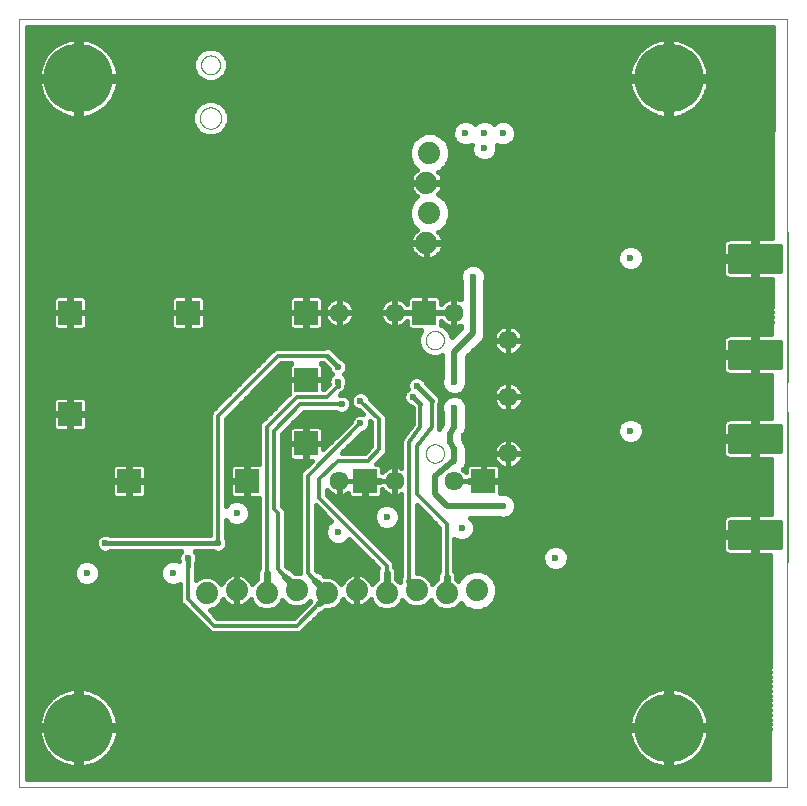
<source format=gbl>
G75*
%MOIN*%
%OFA0B0*%
%FSLAX25Y25*%
%IPPOS*%
%LPD*%
%AMOC8*
5,1,8,0,0,1.08239X$1,22.5*
%
%ADD10C,0.00000*%
%ADD11R,0.07874X0.07874*%
%ADD12C,0.06358*%
%ADD13C,0.23000*%
%ADD14C,0.01600*%
%ADD15C,0.07400*%
%ADD16C,0.02362*%
%ADD17C,0.01969*%
%ADD18C,0.02400*%
%ADD19C,0.01200*%
D10*
X0027667Y0001800D02*
X0027667Y0257706D01*
X0283573Y0257706D01*
X0283573Y0001800D01*
X0027667Y0001800D01*
X0163160Y0112902D02*
X0163162Y0113012D01*
X0163168Y0113122D01*
X0163178Y0113232D01*
X0163192Y0113341D01*
X0163210Y0113450D01*
X0163231Y0113558D01*
X0163257Y0113665D01*
X0163286Y0113771D01*
X0163320Y0113876D01*
X0163357Y0113980D01*
X0163398Y0114082D01*
X0163442Y0114183D01*
X0163490Y0114282D01*
X0163542Y0114380D01*
X0163597Y0114475D01*
X0163655Y0114568D01*
X0163717Y0114659D01*
X0163782Y0114748D01*
X0163850Y0114835D01*
X0163922Y0114919D01*
X0163996Y0115000D01*
X0164073Y0115079D01*
X0164153Y0115155D01*
X0164236Y0115227D01*
X0164321Y0115297D01*
X0164409Y0115364D01*
X0164499Y0115427D01*
X0164591Y0115487D01*
X0164685Y0115544D01*
X0164782Y0115598D01*
X0164880Y0115647D01*
X0164980Y0115694D01*
X0165082Y0115736D01*
X0165185Y0115775D01*
X0165289Y0115810D01*
X0165395Y0115842D01*
X0165501Y0115869D01*
X0165609Y0115893D01*
X0165717Y0115913D01*
X0165826Y0115929D01*
X0165936Y0115941D01*
X0166046Y0115949D01*
X0166156Y0115953D01*
X0166266Y0115953D01*
X0166376Y0115949D01*
X0166486Y0115941D01*
X0166596Y0115929D01*
X0166705Y0115913D01*
X0166813Y0115893D01*
X0166921Y0115869D01*
X0167027Y0115842D01*
X0167133Y0115810D01*
X0167237Y0115775D01*
X0167340Y0115736D01*
X0167442Y0115694D01*
X0167542Y0115647D01*
X0167640Y0115598D01*
X0167736Y0115544D01*
X0167831Y0115487D01*
X0167923Y0115427D01*
X0168013Y0115364D01*
X0168101Y0115297D01*
X0168186Y0115227D01*
X0168269Y0115155D01*
X0168349Y0115079D01*
X0168426Y0115000D01*
X0168500Y0114919D01*
X0168572Y0114835D01*
X0168640Y0114748D01*
X0168705Y0114659D01*
X0168767Y0114568D01*
X0168825Y0114475D01*
X0168880Y0114380D01*
X0168932Y0114282D01*
X0168980Y0114183D01*
X0169024Y0114082D01*
X0169065Y0113980D01*
X0169102Y0113876D01*
X0169136Y0113771D01*
X0169165Y0113665D01*
X0169191Y0113558D01*
X0169212Y0113450D01*
X0169230Y0113341D01*
X0169244Y0113232D01*
X0169254Y0113122D01*
X0169260Y0113012D01*
X0169262Y0112902D01*
X0169260Y0112792D01*
X0169254Y0112682D01*
X0169244Y0112572D01*
X0169230Y0112463D01*
X0169212Y0112354D01*
X0169191Y0112246D01*
X0169165Y0112139D01*
X0169136Y0112033D01*
X0169102Y0111928D01*
X0169065Y0111824D01*
X0169024Y0111722D01*
X0168980Y0111621D01*
X0168932Y0111522D01*
X0168880Y0111424D01*
X0168825Y0111329D01*
X0168767Y0111236D01*
X0168705Y0111145D01*
X0168640Y0111056D01*
X0168572Y0110969D01*
X0168500Y0110885D01*
X0168426Y0110804D01*
X0168349Y0110725D01*
X0168269Y0110649D01*
X0168186Y0110577D01*
X0168101Y0110507D01*
X0168013Y0110440D01*
X0167923Y0110377D01*
X0167831Y0110317D01*
X0167737Y0110260D01*
X0167640Y0110206D01*
X0167542Y0110157D01*
X0167442Y0110110D01*
X0167340Y0110068D01*
X0167237Y0110029D01*
X0167133Y0109994D01*
X0167027Y0109962D01*
X0166921Y0109935D01*
X0166813Y0109911D01*
X0166705Y0109891D01*
X0166596Y0109875D01*
X0166486Y0109863D01*
X0166376Y0109855D01*
X0166266Y0109851D01*
X0166156Y0109851D01*
X0166046Y0109855D01*
X0165936Y0109863D01*
X0165826Y0109875D01*
X0165717Y0109891D01*
X0165609Y0109911D01*
X0165501Y0109935D01*
X0165395Y0109962D01*
X0165289Y0109994D01*
X0165185Y0110029D01*
X0165082Y0110068D01*
X0164980Y0110110D01*
X0164880Y0110157D01*
X0164782Y0110206D01*
X0164685Y0110260D01*
X0164591Y0110317D01*
X0164499Y0110377D01*
X0164409Y0110440D01*
X0164321Y0110507D01*
X0164236Y0110577D01*
X0164153Y0110649D01*
X0164073Y0110725D01*
X0163996Y0110804D01*
X0163922Y0110885D01*
X0163850Y0110969D01*
X0163782Y0111056D01*
X0163717Y0111145D01*
X0163655Y0111236D01*
X0163597Y0111329D01*
X0163542Y0111424D01*
X0163490Y0111522D01*
X0163442Y0111621D01*
X0163398Y0111722D01*
X0163357Y0111824D01*
X0163320Y0111928D01*
X0163286Y0112033D01*
X0163257Y0112139D01*
X0163231Y0112246D01*
X0163210Y0112354D01*
X0163192Y0112463D01*
X0163178Y0112572D01*
X0163168Y0112682D01*
X0163162Y0112792D01*
X0163160Y0112902D01*
X0163160Y0150698D02*
X0163162Y0150808D01*
X0163168Y0150918D01*
X0163178Y0151028D01*
X0163192Y0151137D01*
X0163210Y0151246D01*
X0163231Y0151354D01*
X0163257Y0151461D01*
X0163286Y0151567D01*
X0163320Y0151672D01*
X0163357Y0151776D01*
X0163398Y0151878D01*
X0163442Y0151979D01*
X0163490Y0152078D01*
X0163542Y0152176D01*
X0163597Y0152271D01*
X0163655Y0152364D01*
X0163717Y0152455D01*
X0163782Y0152544D01*
X0163850Y0152631D01*
X0163922Y0152715D01*
X0163996Y0152796D01*
X0164073Y0152875D01*
X0164153Y0152951D01*
X0164236Y0153023D01*
X0164321Y0153093D01*
X0164409Y0153160D01*
X0164499Y0153223D01*
X0164591Y0153283D01*
X0164685Y0153340D01*
X0164782Y0153394D01*
X0164880Y0153443D01*
X0164980Y0153490D01*
X0165082Y0153532D01*
X0165185Y0153571D01*
X0165289Y0153606D01*
X0165395Y0153638D01*
X0165501Y0153665D01*
X0165609Y0153689D01*
X0165717Y0153709D01*
X0165826Y0153725D01*
X0165936Y0153737D01*
X0166046Y0153745D01*
X0166156Y0153749D01*
X0166266Y0153749D01*
X0166376Y0153745D01*
X0166486Y0153737D01*
X0166596Y0153725D01*
X0166705Y0153709D01*
X0166813Y0153689D01*
X0166921Y0153665D01*
X0167027Y0153638D01*
X0167133Y0153606D01*
X0167237Y0153571D01*
X0167340Y0153532D01*
X0167442Y0153490D01*
X0167542Y0153443D01*
X0167640Y0153394D01*
X0167736Y0153340D01*
X0167831Y0153283D01*
X0167923Y0153223D01*
X0168013Y0153160D01*
X0168101Y0153093D01*
X0168186Y0153023D01*
X0168269Y0152951D01*
X0168349Y0152875D01*
X0168426Y0152796D01*
X0168500Y0152715D01*
X0168572Y0152631D01*
X0168640Y0152544D01*
X0168705Y0152455D01*
X0168767Y0152364D01*
X0168825Y0152271D01*
X0168880Y0152176D01*
X0168932Y0152078D01*
X0168980Y0151979D01*
X0169024Y0151878D01*
X0169065Y0151776D01*
X0169102Y0151672D01*
X0169136Y0151567D01*
X0169165Y0151461D01*
X0169191Y0151354D01*
X0169212Y0151246D01*
X0169230Y0151137D01*
X0169244Y0151028D01*
X0169254Y0150918D01*
X0169260Y0150808D01*
X0169262Y0150698D01*
X0169260Y0150588D01*
X0169254Y0150478D01*
X0169244Y0150368D01*
X0169230Y0150259D01*
X0169212Y0150150D01*
X0169191Y0150042D01*
X0169165Y0149935D01*
X0169136Y0149829D01*
X0169102Y0149724D01*
X0169065Y0149620D01*
X0169024Y0149518D01*
X0168980Y0149417D01*
X0168932Y0149318D01*
X0168880Y0149220D01*
X0168825Y0149125D01*
X0168767Y0149032D01*
X0168705Y0148941D01*
X0168640Y0148852D01*
X0168572Y0148765D01*
X0168500Y0148681D01*
X0168426Y0148600D01*
X0168349Y0148521D01*
X0168269Y0148445D01*
X0168186Y0148373D01*
X0168101Y0148303D01*
X0168013Y0148236D01*
X0167923Y0148173D01*
X0167831Y0148113D01*
X0167737Y0148056D01*
X0167640Y0148002D01*
X0167542Y0147953D01*
X0167442Y0147906D01*
X0167340Y0147864D01*
X0167237Y0147825D01*
X0167133Y0147790D01*
X0167027Y0147758D01*
X0166921Y0147731D01*
X0166813Y0147707D01*
X0166705Y0147687D01*
X0166596Y0147671D01*
X0166486Y0147659D01*
X0166376Y0147651D01*
X0166266Y0147647D01*
X0166156Y0147647D01*
X0166046Y0147651D01*
X0165936Y0147659D01*
X0165826Y0147671D01*
X0165717Y0147687D01*
X0165609Y0147707D01*
X0165501Y0147731D01*
X0165395Y0147758D01*
X0165289Y0147790D01*
X0165185Y0147825D01*
X0165082Y0147864D01*
X0164980Y0147906D01*
X0164880Y0147953D01*
X0164782Y0148002D01*
X0164685Y0148056D01*
X0164591Y0148113D01*
X0164499Y0148173D01*
X0164409Y0148236D01*
X0164321Y0148303D01*
X0164236Y0148373D01*
X0164153Y0148445D01*
X0164073Y0148521D01*
X0163996Y0148600D01*
X0163922Y0148681D01*
X0163850Y0148765D01*
X0163782Y0148852D01*
X0163717Y0148941D01*
X0163655Y0149032D01*
X0163597Y0149125D01*
X0163542Y0149220D01*
X0163490Y0149318D01*
X0163442Y0149417D01*
X0163398Y0149518D01*
X0163357Y0149620D01*
X0163320Y0149724D01*
X0163286Y0149829D01*
X0163257Y0149935D01*
X0163231Y0150042D01*
X0163210Y0150150D01*
X0163192Y0150259D01*
X0163178Y0150368D01*
X0163168Y0150478D01*
X0163162Y0150588D01*
X0163160Y0150698D01*
X0087874Y0224713D02*
X0087876Y0224831D01*
X0087882Y0224950D01*
X0087892Y0225068D01*
X0087906Y0225185D01*
X0087923Y0225302D01*
X0087945Y0225419D01*
X0087971Y0225534D01*
X0088000Y0225649D01*
X0088033Y0225763D01*
X0088070Y0225875D01*
X0088111Y0225986D01*
X0088155Y0226096D01*
X0088203Y0226204D01*
X0088255Y0226311D01*
X0088310Y0226416D01*
X0088369Y0226519D01*
X0088431Y0226619D01*
X0088496Y0226718D01*
X0088565Y0226815D01*
X0088636Y0226909D01*
X0088711Y0227000D01*
X0088789Y0227090D01*
X0088870Y0227176D01*
X0088954Y0227260D01*
X0089040Y0227341D01*
X0089130Y0227419D01*
X0089221Y0227494D01*
X0089315Y0227565D01*
X0089412Y0227634D01*
X0089511Y0227699D01*
X0089611Y0227761D01*
X0089714Y0227820D01*
X0089819Y0227875D01*
X0089926Y0227927D01*
X0090034Y0227975D01*
X0090144Y0228019D01*
X0090255Y0228060D01*
X0090367Y0228097D01*
X0090481Y0228130D01*
X0090596Y0228159D01*
X0090711Y0228185D01*
X0090828Y0228207D01*
X0090945Y0228224D01*
X0091062Y0228238D01*
X0091180Y0228248D01*
X0091299Y0228254D01*
X0091417Y0228256D01*
X0091535Y0228254D01*
X0091654Y0228248D01*
X0091772Y0228238D01*
X0091889Y0228224D01*
X0092006Y0228207D01*
X0092123Y0228185D01*
X0092238Y0228159D01*
X0092353Y0228130D01*
X0092467Y0228097D01*
X0092579Y0228060D01*
X0092690Y0228019D01*
X0092800Y0227975D01*
X0092908Y0227927D01*
X0093015Y0227875D01*
X0093120Y0227820D01*
X0093223Y0227761D01*
X0093323Y0227699D01*
X0093422Y0227634D01*
X0093519Y0227565D01*
X0093613Y0227494D01*
X0093704Y0227419D01*
X0093794Y0227341D01*
X0093880Y0227260D01*
X0093964Y0227176D01*
X0094045Y0227090D01*
X0094123Y0227000D01*
X0094198Y0226909D01*
X0094269Y0226815D01*
X0094338Y0226718D01*
X0094403Y0226619D01*
X0094465Y0226519D01*
X0094524Y0226416D01*
X0094579Y0226311D01*
X0094631Y0226204D01*
X0094679Y0226096D01*
X0094723Y0225986D01*
X0094764Y0225875D01*
X0094801Y0225763D01*
X0094834Y0225649D01*
X0094863Y0225534D01*
X0094889Y0225419D01*
X0094911Y0225302D01*
X0094928Y0225185D01*
X0094942Y0225068D01*
X0094952Y0224950D01*
X0094958Y0224831D01*
X0094960Y0224713D01*
X0094958Y0224595D01*
X0094952Y0224476D01*
X0094942Y0224358D01*
X0094928Y0224241D01*
X0094911Y0224124D01*
X0094889Y0224007D01*
X0094863Y0223892D01*
X0094834Y0223777D01*
X0094801Y0223663D01*
X0094764Y0223551D01*
X0094723Y0223440D01*
X0094679Y0223330D01*
X0094631Y0223222D01*
X0094579Y0223115D01*
X0094524Y0223010D01*
X0094465Y0222907D01*
X0094403Y0222807D01*
X0094338Y0222708D01*
X0094269Y0222611D01*
X0094198Y0222517D01*
X0094123Y0222426D01*
X0094045Y0222336D01*
X0093964Y0222250D01*
X0093880Y0222166D01*
X0093794Y0222085D01*
X0093704Y0222007D01*
X0093613Y0221932D01*
X0093519Y0221861D01*
X0093422Y0221792D01*
X0093323Y0221727D01*
X0093223Y0221665D01*
X0093120Y0221606D01*
X0093015Y0221551D01*
X0092908Y0221499D01*
X0092800Y0221451D01*
X0092690Y0221407D01*
X0092579Y0221366D01*
X0092467Y0221329D01*
X0092353Y0221296D01*
X0092238Y0221267D01*
X0092123Y0221241D01*
X0092006Y0221219D01*
X0091889Y0221202D01*
X0091772Y0221188D01*
X0091654Y0221178D01*
X0091535Y0221172D01*
X0091417Y0221170D01*
X0091299Y0221172D01*
X0091180Y0221178D01*
X0091062Y0221188D01*
X0090945Y0221202D01*
X0090828Y0221219D01*
X0090711Y0221241D01*
X0090596Y0221267D01*
X0090481Y0221296D01*
X0090367Y0221329D01*
X0090255Y0221366D01*
X0090144Y0221407D01*
X0090034Y0221451D01*
X0089926Y0221499D01*
X0089819Y0221551D01*
X0089714Y0221606D01*
X0089611Y0221665D01*
X0089511Y0221727D01*
X0089412Y0221792D01*
X0089315Y0221861D01*
X0089221Y0221932D01*
X0089130Y0222007D01*
X0089040Y0222085D01*
X0088954Y0222166D01*
X0088870Y0222250D01*
X0088789Y0222336D01*
X0088711Y0222426D01*
X0088636Y0222517D01*
X0088565Y0222611D01*
X0088496Y0222708D01*
X0088431Y0222807D01*
X0088369Y0222907D01*
X0088310Y0223010D01*
X0088255Y0223115D01*
X0088203Y0223222D01*
X0088155Y0223330D01*
X0088111Y0223440D01*
X0088070Y0223551D01*
X0088033Y0223663D01*
X0088000Y0223777D01*
X0087971Y0223892D01*
X0087945Y0224007D01*
X0087923Y0224124D01*
X0087906Y0224241D01*
X0087892Y0224358D01*
X0087882Y0224476D01*
X0087876Y0224595D01*
X0087874Y0224713D01*
X0088267Y0242430D02*
X0088269Y0242542D01*
X0088275Y0242653D01*
X0088285Y0242765D01*
X0088299Y0242876D01*
X0088316Y0242986D01*
X0088338Y0243096D01*
X0088364Y0243205D01*
X0088393Y0243313D01*
X0088426Y0243419D01*
X0088463Y0243525D01*
X0088504Y0243629D01*
X0088549Y0243732D01*
X0088597Y0243833D01*
X0088648Y0243932D01*
X0088703Y0244029D01*
X0088762Y0244124D01*
X0088823Y0244218D01*
X0088888Y0244309D01*
X0088957Y0244397D01*
X0089028Y0244483D01*
X0089102Y0244567D01*
X0089180Y0244647D01*
X0089260Y0244725D01*
X0089343Y0244801D01*
X0089428Y0244873D01*
X0089516Y0244942D01*
X0089606Y0245008D01*
X0089699Y0245070D01*
X0089794Y0245130D01*
X0089891Y0245186D01*
X0089989Y0245238D01*
X0090090Y0245287D01*
X0090192Y0245332D01*
X0090296Y0245374D01*
X0090401Y0245412D01*
X0090508Y0245446D01*
X0090615Y0245476D01*
X0090724Y0245503D01*
X0090833Y0245525D01*
X0090944Y0245544D01*
X0091054Y0245559D01*
X0091166Y0245570D01*
X0091277Y0245577D01*
X0091389Y0245580D01*
X0091501Y0245579D01*
X0091613Y0245574D01*
X0091724Y0245565D01*
X0091835Y0245552D01*
X0091946Y0245535D01*
X0092056Y0245515D01*
X0092165Y0245490D01*
X0092273Y0245462D01*
X0092380Y0245429D01*
X0092486Y0245393D01*
X0092590Y0245353D01*
X0092693Y0245310D01*
X0092795Y0245263D01*
X0092894Y0245212D01*
X0092992Y0245158D01*
X0093088Y0245100D01*
X0093182Y0245039D01*
X0093273Y0244975D01*
X0093362Y0244908D01*
X0093449Y0244837D01*
X0093533Y0244763D01*
X0093615Y0244687D01*
X0093693Y0244607D01*
X0093769Y0244525D01*
X0093842Y0244440D01*
X0093912Y0244353D01*
X0093978Y0244263D01*
X0094042Y0244171D01*
X0094102Y0244077D01*
X0094159Y0243981D01*
X0094212Y0243882D01*
X0094262Y0243782D01*
X0094308Y0243681D01*
X0094351Y0243577D01*
X0094390Y0243472D01*
X0094425Y0243366D01*
X0094456Y0243259D01*
X0094484Y0243150D01*
X0094507Y0243041D01*
X0094527Y0242931D01*
X0094543Y0242820D01*
X0094555Y0242709D01*
X0094563Y0242598D01*
X0094567Y0242486D01*
X0094567Y0242374D01*
X0094563Y0242262D01*
X0094555Y0242151D01*
X0094543Y0242040D01*
X0094527Y0241929D01*
X0094507Y0241819D01*
X0094484Y0241710D01*
X0094456Y0241601D01*
X0094425Y0241494D01*
X0094390Y0241388D01*
X0094351Y0241283D01*
X0094308Y0241179D01*
X0094262Y0241078D01*
X0094212Y0240978D01*
X0094159Y0240879D01*
X0094102Y0240783D01*
X0094042Y0240689D01*
X0093978Y0240597D01*
X0093912Y0240507D01*
X0093842Y0240420D01*
X0093769Y0240335D01*
X0093693Y0240253D01*
X0093615Y0240173D01*
X0093533Y0240097D01*
X0093449Y0240023D01*
X0093362Y0239952D01*
X0093273Y0239885D01*
X0093182Y0239821D01*
X0093088Y0239760D01*
X0092992Y0239702D01*
X0092894Y0239648D01*
X0092795Y0239597D01*
X0092693Y0239550D01*
X0092590Y0239507D01*
X0092486Y0239467D01*
X0092380Y0239431D01*
X0092273Y0239398D01*
X0092165Y0239370D01*
X0092056Y0239345D01*
X0091946Y0239325D01*
X0091835Y0239308D01*
X0091724Y0239295D01*
X0091613Y0239286D01*
X0091501Y0239281D01*
X0091389Y0239280D01*
X0091277Y0239283D01*
X0091166Y0239290D01*
X0091054Y0239301D01*
X0090944Y0239316D01*
X0090833Y0239335D01*
X0090724Y0239357D01*
X0090615Y0239384D01*
X0090508Y0239414D01*
X0090401Y0239448D01*
X0090296Y0239486D01*
X0090192Y0239528D01*
X0090090Y0239573D01*
X0089989Y0239622D01*
X0089891Y0239674D01*
X0089794Y0239730D01*
X0089699Y0239790D01*
X0089606Y0239852D01*
X0089516Y0239918D01*
X0089428Y0239987D01*
X0089343Y0240059D01*
X0089260Y0240135D01*
X0089180Y0240213D01*
X0089102Y0240293D01*
X0089028Y0240377D01*
X0088957Y0240463D01*
X0088888Y0240551D01*
X0088823Y0240642D01*
X0088762Y0240736D01*
X0088703Y0240831D01*
X0088648Y0240928D01*
X0088597Y0241027D01*
X0088549Y0241128D01*
X0088504Y0241231D01*
X0088463Y0241335D01*
X0088426Y0241441D01*
X0088393Y0241547D01*
X0088364Y0241655D01*
X0088338Y0241764D01*
X0088316Y0241874D01*
X0088299Y0241984D01*
X0088285Y0242095D01*
X0088275Y0242207D01*
X0088269Y0242318D01*
X0088267Y0242430D01*
X0283917Y0186800D02*
X0283917Y0136800D01*
X0283917Y0126800D02*
X0283917Y0076800D01*
D11*
X0182352Y0103749D03*
X0142982Y0103749D03*
X0123297Y0116249D03*
X0103612Y0103749D03*
X0123297Y0137509D03*
X0123297Y0159851D03*
X0083927Y0159851D03*
X0044557Y0159851D03*
X0044557Y0126091D03*
X0064242Y0103749D03*
X0162667Y0159851D03*
D12*
X0152825Y0159851D03*
X0134321Y0159851D03*
X0172510Y0159851D03*
X0190620Y0150698D03*
X0190620Y0131800D03*
X0190620Y0112902D03*
X0172510Y0103749D03*
X0152825Y0103749D03*
X0134321Y0103749D03*
D13*
X0047352Y0021485D03*
X0244203Y0021485D03*
X0244203Y0238020D03*
X0047352Y0238020D03*
D14*
X0046552Y0238380D02*
X0030239Y0238380D01*
X0030239Y0239978D02*
X0034181Y0239978D01*
X0034180Y0239974D02*
X0034067Y0238820D01*
X0046552Y0238820D01*
X0046552Y0237220D01*
X0048152Y0237220D01*
X0048152Y0224735D01*
X0049306Y0224849D01*
X0050588Y0225103D01*
X0051838Y0225483D01*
X0053046Y0225983D01*
X0054198Y0226599D01*
X0055285Y0227325D01*
X0056295Y0228154D01*
X0057219Y0229078D01*
X0058048Y0230088D01*
X0058774Y0231175D01*
X0059390Y0232327D01*
X0059890Y0233534D01*
X0060269Y0234785D01*
X0060524Y0236067D01*
X0060638Y0237220D01*
X0048152Y0237220D01*
X0048152Y0238820D01*
X0060638Y0238820D01*
X0060524Y0239974D01*
X0060269Y0241256D01*
X0059890Y0242507D01*
X0059390Y0243714D01*
X0058774Y0244866D01*
X0058048Y0245953D01*
X0057219Y0246963D01*
X0056295Y0247887D01*
X0055285Y0248716D01*
X0054198Y0249442D01*
X0053046Y0250058D01*
X0051838Y0250558D01*
X0050588Y0250937D01*
X0049306Y0251192D01*
X0048152Y0251306D01*
X0048152Y0238821D01*
X0046552Y0238821D01*
X0046552Y0251306D01*
X0045398Y0251192D01*
X0044117Y0250937D01*
X0042866Y0250558D01*
X0041659Y0250058D01*
X0040507Y0249442D01*
X0039420Y0248716D01*
X0038410Y0247887D01*
X0037486Y0246963D01*
X0036657Y0245953D01*
X0035931Y0244866D01*
X0035315Y0243714D01*
X0034815Y0242507D01*
X0034435Y0241256D01*
X0034180Y0239974D01*
X0034533Y0241577D02*
X0030239Y0241577D01*
X0030239Y0243175D02*
X0035092Y0243175D01*
X0035881Y0244774D02*
X0030239Y0244774D01*
X0030239Y0246372D02*
X0037001Y0246372D01*
X0038512Y0247971D02*
X0030239Y0247971D01*
X0030239Y0249569D02*
X0040745Y0249569D01*
X0045275Y0251168D02*
X0030239Y0251168D01*
X0030239Y0252766D02*
X0278896Y0252766D01*
X0278888Y0251168D02*
X0246280Y0251168D01*
X0246157Y0251192D02*
X0245003Y0251306D01*
X0245003Y0238821D01*
X0243403Y0238821D01*
X0243403Y0251306D01*
X0242249Y0251192D01*
X0240967Y0250937D01*
X0239717Y0250558D01*
X0238509Y0250058D01*
X0237357Y0249442D01*
X0236270Y0248716D01*
X0235260Y0247887D01*
X0234336Y0246963D01*
X0233507Y0245953D01*
X0232781Y0244866D01*
X0232165Y0243714D01*
X0231665Y0242507D01*
X0231286Y0241256D01*
X0231031Y0239974D01*
X0230917Y0238820D01*
X0243403Y0238820D01*
X0243403Y0237220D01*
X0245003Y0237220D01*
X0245003Y0224735D01*
X0246157Y0224849D01*
X0247438Y0225103D01*
X0248689Y0225483D01*
X0249896Y0225983D01*
X0251049Y0226599D01*
X0252135Y0227325D01*
X0253145Y0228154D01*
X0254069Y0229078D01*
X0254898Y0230088D01*
X0255624Y0231175D01*
X0256240Y0232327D01*
X0256740Y0233534D01*
X0257120Y0234785D01*
X0257375Y0236067D01*
X0257488Y0237220D01*
X0245003Y0237220D01*
X0245003Y0238820D01*
X0257488Y0238820D01*
X0257375Y0239974D01*
X0257120Y0241256D01*
X0256740Y0242507D01*
X0256240Y0243714D01*
X0255624Y0244866D01*
X0254898Y0245953D01*
X0254069Y0246963D01*
X0253145Y0247887D01*
X0252135Y0248716D01*
X0251049Y0249442D01*
X0249896Y0250058D01*
X0248689Y0250558D01*
X0247438Y0250937D01*
X0246157Y0251192D01*
X0245003Y0251168D02*
X0243403Y0251168D01*
X0242125Y0251168D02*
X0049430Y0251168D01*
X0048152Y0251168D02*
X0046552Y0251168D01*
X0046552Y0249569D02*
X0048152Y0249569D01*
X0048152Y0247971D02*
X0046552Y0247971D01*
X0046552Y0246372D02*
X0048152Y0246372D01*
X0048152Y0244774D02*
X0046552Y0244774D01*
X0046552Y0243175D02*
X0048152Y0243175D01*
X0048152Y0241577D02*
X0046552Y0241577D01*
X0046552Y0239978D02*
X0048152Y0239978D01*
X0048152Y0238380D02*
X0087376Y0238380D01*
X0088176Y0237580D02*
X0090279Y0236709D01*
X0092555Y0236709D01*
X0094658Y0237580D01*
X0096268Y0239189D01*
X0097139Y0241292D01*
X0097139Y0243568D01*
X0096268Y0245671D01*
X0094658Y0247280D01*
X0092555Y0248151D01*
X0090279Y0248151D01*
X0088176Y0247280D01*
X0086567Y0245671D01*
X0085696Y0243568D01*
X0085696Y0241292D01*
X0086567Y0239189D01*
X0088176Y0237580D01*
X0090104Y0236781D02*
X0060595Y0236781D01*
X0060348Y0235183D02*
X0231207Y0235183D01*
X0231286Y0234785D02*
X0231665Y0233534D01*
X0232165Y0232327D01*
X0232781Y0231175D01*
X0233507Y0230088D01*
X0234336Y0229078D01*
X0235260Y0228154D01*
X0236270Y0227325D01*
X0237357Y0226599D01*
X0238509Y0225983D01*
X0239717Y0225483D01*
X0240967Y0225103D01*
X0242249Y0224849D01*
X0243403Y0224735D01*
X0243403Y0237220D01*
X0230917Y0237220D01*
X0231031Y0236067D01*
X0231286Y0234785D01*
X0231650Y0233584D02*
X0059905Y0233584D01*
X0059207Y0231986D02*
X0232348Y0231986D01*
X0233307Y0230387D02*
X0093699Y0230387D01*
X0092634Y0230828D02*
X0094881Y0229897D01*
X0096601Y0228177D01*
X0097532Y0225930D01*
X0097532Y0223497D01*
X0096601Y0221250D01*
X0094881Y0219529D01*
X0092634Y0218598D01*
X0090201Y0218598D01*
X0087953Y0219529D01*
X0086233Y0221250D01*
X0085302Y0223497D01*
X0085302Y0225930D01*
X0086233Y0228177D01*
X0087953Y0229897D01*
X0090201Y0230828D01*
X0092634Y0230828D01*
X0089136Y0230387D02*
X0058248Y0230387D01*
X0056930Y0228789D02*
X0086845Y0228789D01*
X0085824Y0227190D02*
X0055083Y0227190D01*
X0052101Y0225592D02*
X0085302Y0225592D01*
X0085302Y0223993D02*
X0030239Y0223993D01*
X0030239Y0222395D02*
X0085759Y0222395D01*
X0086687Y0220796D02*
X0030239Y0220796D01*
X0030239Y0219198D02*
X0088755Y0219198D01*
X0094080Y0219198D02*
X0161327Y0219198D01*
X0160530Y0218867D02*
X0158600Y0216937D01*
X0157555Y0214415D01*
X0157555Y0211685D01*
X0158600Y0209163D01*
X0160230Y0207533D01*
X0159834Y0207245D01*
X0159222Y0206633D01*
X0158713Y0205933D01*
X0158320Y0205161D01*
X0158053Y0204338D01*
X0157917Y0203483D01*
X0157917Y0203250D01*
X0163217Y0203250D01*
X0163217Y0202850D01*
X0157917Y0202850D01*
X0157917Y0202617D01*
X0158053Y0201762D01*
X0158320Y0200939D01*
X0158713Y0200167D01*
X0159222Y0199467D01*
X0159834Y0198855D01*
X0160230Y0198567D01*
X0158600Y0196937D01*
X0157555Y0194415D01*
X0157555Y0191685D01*
X0158600Y0189163D01*
X0160230Y0187533D01*
X0159834Y0187245D01*
X0159222Y0186633D01*
X0158713Y0185933D01*
X0158320Y0185161D01*
X0158053Y0184338D01*
X0157917Y0183483D01*
X0157917Y0183250D01*
X0163217Y0183250D01*
X0163217Y0182850D01*
X0157917Y0182850D01*
X0157917Y0182617D01*
X0158053Y0181762D01*
X0158320Y0180939D01*
X0158713Y0180167D01*
X0159222Y0179467D01*
X0159834Y0178855D01*
X0160535Y0178346D01*
X0161306Y0177953D01*
X0162129Y0177685D01*
X0162984Y0177550D01*
X0163217Y0177550D01*
X0163217Y0182850D01*
X0163617Y0182850D01*
X0163617Y0177550D01*
X0163850Y0177550D01*
X0164705Y0177685D01*
X0165529Y0177953D01*
X0166300Y0178346D01*
X0167000Y0178855D01*
X0167612Y0179467D01*
X0168121Y0180167D01*
X0168514Y0180939D01*
X0168782Y0181762D01*
X0168917Y0182617D01*
X0168917Y0182850D01*
X0163617Y0182850D01*
X0163617Y0183250D01*
X0168917Y0183250D01*
X0168917Y0183483D01*
X0168782Y0184338D01*
X0168514Y0185161D01*
X0168121Y0185933D01*
X0167612Y0186633D01*
X0167391Y0186854D01*
X0168304Y0187233D01*
X0170235Y0189163D01*
X0171280Y0191685D01*
X0171280Y0194415D01*
X0170235Y0196937D01*
X0168304Y0198867D01*
X0167391Y0199246D01*
X0167612Y0199467D01*
X0168121Y0200167D01*
X0168514Y0200939D01*
X0168782Y0201762D01*
X0168917Y0202617D01*
X0168917Y0202850D01*
X0163617Y0202850D01*
X0163617Y0203250D01*
X0168917Y0203250D01*
X0168917Y0203483D01*
X0168782Y0204338D01*
X0168514Y0205161D01*
X0168121Y0205933D01*
X0167612Y0206633D01*
X0167391Y0206854D01*
X0168304Y0207233D01*
X0170235Y0209163D01*
X0171280Y0211685D01*
X0171280Y0214415D01*
X0170235Y0216937D01*
X0168304Y0218867D01*
X0165782Y0219912D01*
X0163052Y0219912D01*
X0160530Y0218867D01*
X0159262Y0217599D02*
X0030239Y0217599D01*
X0030239Y0216001D02*
X0158212Y0216001D01*
X0157555Y0214402D02*
X0030239Y0214402D01*
X0030239Y0212803D02*
X0157555Y0212803D01*
X0157754Y0211205D02*
X0030239Y0211205D01*
X0030239Y0209606D02*
X0158416Y0209606D01*
X0159755Y0208008D02*
X0030239Y0208008D01*
X0030239Y0206409D02*
X0159060Y0206409D01*
X0158206Y0204811D02*
X0030239Y0204811D01*
X0030239Y0203212D02*
X0163217Y0203212D01*
X0163617Y0203212D02*
X0278653Y0203212D01*
X0278646Y0201614D02*
X0168734Y0201614D01*
X0168011Y0200015D02*
X0278638Y0200015D01*
X0278630Y0198417D02*
X0168755Y0198417D01*
X0170284Y0196818D02*
X0278622Y0196818D01*
X0278614Y0195220D02*
X0170946Y0195220D01*
X0171280Y0193621D02*
X0278606Y0193621D01*
X0278599Y0192023D02*
X0171280Y0192023D01*
X0170757Y0190424D02*
X0278591Y0190424D01*
X0278583Y0188826D02*
X0169898Y0188826D01*
X0168292Y0187227D02*
X0278575Y0187227D01*
X0278567Y0185629D02*
X0168276Y0185629D01*
X0168831Y0184030D02*
X0263076Y0184030D01*
X0263060Y0184020D02*
X0262698Y0183657D01*
X0262413Y0183232D01*
X0262217Y0182758D01*
X0262117Y0182256D01*
X0262117Y0178600D01*
X0272117Y0178600D01*
X0272117Y0177000D01*
X0262117Y0177000D01*
X0262117Y0173344D01*
X0262217Y0172842D01*
X0262413Y0172368D01*
X0262698Y0171943D01*
X0263060Y0171580D01*
X0263486Y0171296D01*
X0263959Y0171100D01*
X0264461Y0171000D01*
X0272117Y0171000D01*
X0272117Y0177000D01*
X0273717Y0177000D01*
X0273717Y0171000D01*
X0278496Y0171000D01*
X0278406Y0152600D01*
X0273717Y0152600D01*
X0273717Y0146600D01*
X0272117Y0146600D01*
X0272117Y0145000D01*
X0262117Y0145000D01*
X0262117Y0141344D01*
X0262217Y0140842D01*
X0262413Y0140368D01*
X0262698Y0139943D01*
X0263060Y0139580D01*
X0263486Y0139296D01*
X0263959Y0139100D01*
X0264461Y0139000D01*
X0272117Y0139000D01*
X0272117Y0145000D01*
X0273717Y0145000D01*
X0273717Y0139000D01*
X0278339Y0139000D01*
X0278269Y0124600D01*
X0273717Y0124600D01*
X0273717Y0118600D01*
X0272117Y0118600D01*
X0272117Y0117000D01*
X0262117Y0117000D01*
X0262117Y0113344D01*
X0262217Y0112842D01*
X0262413Y0112368D01*
X0262698Y0111943D01*
X0263060Y0111580D01*
X0263486Y0111296D01*
X0263959Y0111100D01*
X0264461Y0111000D01*
X0272117Y0111000D01*
X0272117Y0117000D01*
X0273717Y0117000D01*
X0273717Y0111000D01*
X0278202Y0111000D01*
X0278112Y0092600D01*
X0273717Y0092600D01*
X0273717Y0086600D01*
X0272117Y0086600D01*
X0272117Y0085000D01*
X0262117Y0085000D01*
X0262117Y0081344D01*
X0262217Y0080842D01*
X0262413Y0080368D01*
X0262698Y0079943D01*
X0263060Y0079580D01*
X0263486Y0079296D01*
X0263959Y0079100D01*
X0264461Y0079000D01*
X0272117Y0079000D01*
X0272117Y0085000D01*
X0273717Y0085000D01*
X0273717Y0079000D01*
X0278045Y0079000D01*
X0277680Y0004372D01*
X0030239Y0004372D01*
X0030239Y0255134D01*
X0278908Y0255134D01*
X0278562Y0184600D01*
X0273717Y0184600D01*
X0273717Y0178600D01*
X0272117Y0178600D01*
X0272117Y0184600D01*
X0264461Y0184600D01*
X0263959Y0184500D01*
X0263486Y0184304D01*
X0263060Y0184020D01*
X0262152Y0182432D02*
X0168888Y0182432D01*
X0168461Y0180833D02*
X0228058Y0180833D01*
X0227735Y0180510D02*
X0227074Y0178914D01*
X0227074Y0177186D01*
X0227735Y0175590D01*
X0228957Y0174368D01*
X0230553Y0173707D01*
X0232281Y0173707D01*
X0233878Y0174368D01*
X0235099Y0175590D01*
X0235761Y0177186D01*
X0235761Y0178914D01*
X0235099Y0180510D01*
X0233878Y0181732D01*
X0232281Y0182393D01*
X0230553Y0182393D01*
X0228957Y0181732D01*
X0227735Y0180510D01*
X0227207Y0179235D02*
X0167380Y0179235D01*
X0164395Y0177636D02*
X0227074Y0177636D01*
X0227550Y0176038D02*
X0180036Y0176038D01*
X0179781Y0176143D02*
X0178053Y0176143D01*
X0176457Y0175482D01*
X0175235Y0174260D01*
X0174574Y0172664D01*
X0174574Y0170936D01*
X0174771Y0170461D01*
X0174771Y0164287D01*
X0174421Y0164466D01*
X0173676Y0164708D01*
X0172902Y0164830D01*
X0172645Y0164830D01*
X0172645Y0159986D01*
X0172375Y0159986D01*
X0172375Y0159716D01*
X0172645Y0159716D01*
X0172645Y0154872D01*
X0172902Y0154872D01*
X0173676Y0154995D01*
X0174421Y0155237D01*
X0174771Y0155415D01*
X0174771Y0154767D01*
X0171829Y0151826D01*
X0170977Y0153883D01*
X0169396Y0155464D01*
X0168404Y0155875D01*
X0168404Y0157031D01*
X0168712Y0156607D01*
X0169266Y0156053D01*
X0169900Y0155593D01*
X0170599Y0155237D01*
X0171344Y0154995D01*
X0172118Y0154872D01*
X0172375Y0154872D01*
X0172375Y0159716D01*
X0167531Y0159716D01*
X0162802Y0159716D01*
X0162802Y0159986D01*
X0162532Y0159986D01*
X0162532Y0159716D01*
X0152960Y0159716D01*
X0152960Y0159986D01*
X0157804Y0159986D01*
X0162532Y0159986D01*
X0162532Y0165588D01*
X0158493Y0165588D01*
X0158036Y0165466D01*
X0157625Y0165229D01*
X0157290Y0164893D01*
X0157053Y0164483D01*
X0156930Y0164025D01*
X0156930Y0162671D01*
X0156623Y0163095D01*
X0156068Y0163649D01*
X0155434Y0164110D01*
X0154736Y0164466D01*
X0153991Y0164708D01*
X0153217Y0164830D01*
X0152960Y0164830D01*
X0152960Y0159986D01*
X0152690Y0159986D01*
X0152690Y0159716D01*
X0152960Y0159716D01*
X0152960Y0154872D01*
X0153217Y0154872D01*
X0153991Y0154995D01*
X0154736Y0155237D01*
X0155434Y0155593D01*
X0156068Y0156053D01*
X0156623Y0156607D01*
X0156930Y0157031D01*
X0156930Y0155677D01*
X0157053Y0155219D01*
X0157290Y0154809D01*
X0157625Y0154474D01*
X0158036Y0154237D01*
X0158493Y0154114D01*
X0161675Y0154114D01*
X0161444Y0153883D01*
X0160588Y0151816D01*
X0160588Y0149579D01*
X0161444Y0147513D01*
X0163026Y0145931D01*
X0165092Y0145075D01*
X0167329Y0145075D01*
X0168521Y0145568D01*
X0168521Y0138139D01*
X0168324Y0137664D01*
X0168324Y0135936D01*
X0168985Y0134340D01*
X0170207Y0133118D01*
X0171803Y0132457D01*
X0173531Y0132457D01*
X0175128Y0133118D01*
X0176349Y0134340D01*
X0177011Y0135936D01*
X0177011Y0137664D01*
X0176814Y0138139D01*
X0176814Y0145082D01*
X0181266Y0149535D01*
X0182433Y0150701D01*
X0183064Y0152225D01*
X0183064Y0170461D01*
X0183261Y0170936D01*
X0183261Y0172664D01*
X0182599Y0174260D01*
X0181378Y0175482D01*
X0179781Y0176143D01*
X0177799Y0176038D02*
X0030239Y0176038D01*
X0030239Y0177636D02*
X0162440Y0177636D01*
X0163217Y0177636D02*
X0163617Y0177636D01*
X0163617Y0179235D02*
X0163217Y0179235D01*
X0163217Y0180833D02*
X0163617Y0180833D01*
X0163617Y0182432D02*
X0163217Y0182432D01*
X0159454Y0179235D02*
X0030239Y0179235D01*
X0030239Y0180833D02*
X0158374Y0180833D01*
X0157947Y0182432D02*
X0030239Y0182432D01*
X0030239Y0184030D02*
X0158004Y0184030D01*
X0158559Y0185629D02*
X0030239Y0185629D01*
X0030239Y0187227D02*
X0159816Y0187227D01*
X0158937Y0188826D02*
X0030239Y0188826D01*
X0030239Y0190424D02*
X0158077Y0190424D01*
X0157555Y0192023D02*
X0030239Y0192023D01*
X0030239Y0193621D02*
X0157555Y0193621D01*
X0157889Y0195220D02*
X0030239Y0195220D01*
X0030239Y0196818D02*
X0158551Y0196818D01*
X0160080Y0198417D02*
X0030239Y0198417D01*
X0030239Y0200015D02*
X0158824Y0200015D01*
X0158101Y0201614D02*
X0030239Y0201614D01*
X0042866Y0225483D02*
X0044117Y0225103D01*
X0045398Y0224849D01*
X0046552Y0224735D01*
X0046552Y0237220D01*
X0034067Y0237220D01*
X0034180Y0236067D01*
X0034435Y0234785D01*
X0034815Y0233534D01*
X0035315Y0232327D01*
X0035931Y0231175D01*
X0036657Y0230088D01*
X0037486Y0229078D01*
X0038410Y0228154D01*
X0039420Y0227325D01*
X0040507Y0226599D01*
X0041659Y0225983D01*
X0042866Y0225483D01*
X0042604Y0225592D02*
X0030239Y0225592D01*
X0030239Y0227190D02*
X0039622Y0227190D01*
X0037775Y0228789D02*
X0030239Y0228789D01*
X0030239Y0230387D02*
X0036457Y0230387D01*
X0035497Y0231986D02*
X0030239Y0231986D01*
X0030239Y0233584D02*
X0034800Y0233584D01*
X0034356Y0235183D02*
X0030239Y0235183D01*
X0030239Y0236781D02*
X0034110Y0236781D01*
X0046552Y0236781D02*
X0048152Y0236781D01*
X0048152Y0235183D02*
X0046552Y0235183D01*
X0046552Y0233584D02*
X0048152Y0233584D01*
X0048152Y0231986D02*
X0046552Y0231986D01*
X0046552Y0230387D02*
X0048152Y0230387D01*
X0048152Y0228789D02*
X0046552Y0228789D01*
X0046552Y0227190D02*
X0048152Y0227190D01*
X0048152Y0225592D02*
X0046552Y0225592D01*
X0060523Y0239978D02*
X0086240Y0239978D01*
X0085696Y0241577D02*
X0060172Y0241577D01*
X0059613Y0243175D02*
X0085696Y0243175D01*
X0086196Y0244774D02*
X0058823Y0244774D01*
X0057704Y0246372D02*
X0087269Y0246372D01*
X0089844Y0247971D02*
X0056193Y0247971D01*
X0053960Y0249569D02*
X0237595Y0249569D01*
X0235362Y0247971D02*
X0092991Y0247971D01*
X0095566Y0246372D02*
X0233851Y0246372D01*
X0232732Y0244774D02*
X0096639Y0244774D01*
X0097139Y0243175D02*
X0231942Y0243175D01*
X0231383Y0241577D02*
X0097139Y0241577D01*
X0096594Y0239978D02*
X0231032Y0239978D01*
X0230960Y0236781D02*
X0092730Y0236781D01*
X0095458Y0238380D02*
X0243403Y0238380D01*
X0243403Y0239978D02*
X0245003Y0239978D01*
X0245003Y0238380D02*
X0278826Y0238380D01*
X0278833Y0239978D02*
X0257374Y0239978D01*
X0257022Y0241577D02*
X0278841Y0241577D01*
X0278849Y0243175D02*
X0256463Y0243175D01*
X0255674Y0244774D02*
X0278857Y0244774D01*
X0278865Y0246372D02*
X0254554Y0246372D01*
X0253043Y0247971D02*
X0278873Y0247971D01*
X0278880Y0249569D02*
X0250811Y0249569D01*
X0245003Y0249569D02*
X0243403Y0249569D01*
X0243403Y0247971D02*
X0245003Y0247971D01*
X0245003Y0246372D02*
X0243403Y0246372D01*
X0243403Y0244774D02*
X0245003Y0244774D01*
X0245003Y0243175D02*
X0243403Y0243175D01*
X0243403Y0241577D02*
X0245003Y0241577D01*
X0245003Y0236781D02*
X0243403Y0236781D01*
X0243403Y0235183D02*
X0245003Y0235183D01*
X0245003Y0233584D02*
X0243403Y0233584D01*
X0243403Y0231986D02*
X0245003Y0231986D01*
X0245003Y0230387D02*
X0243403Y0230387D01*
X0243403Y0228789D02*
X0245003Y0228789D01*
X0245003Y0227190D02*
X0243403Y0227190D01*
X0243403Y0225592D02*
X0245003Y0225592D01*
X0239454Y0225592D02*
X0097532Y0225592D01*
X0097532Y0223993D02*
X0278755Y0223993D01*
X0278747Y0222395D02*
X0192280Y0222395D01*
X0192599Y0222075D02*
X0191378Y0223297D01*
X0189781Y0223958D01*
X0188053Y0223958D01*
X0186457Y0223297D01*
X0185792Y0222632D01*
X0185128Y0223297D01*
X0183531Y0223958D01*
X0181803Y0223958D01*
X0180207Y0223297D01*
X0179542Y0222632D01*
X0178878Y0223297D01*
X0177281Y0223958D01*
X0175553Y0223958D01*
X0173957Y0223297D01*
X0172735Y0222075D01*
X0172074Y0220479D01*
X0172074Y0218751D01*
X0172735Y0217155D01*
X0173957Y0215933D01*
X0175553Y0215272D01*
X0177281Y0215272D01*
X0178436Y0215750D01*
X0178324Y0215479D01*
X0178324Y0213751D01*
X0178985Y0212155D01*
X0180207Y0210933D01*
X0181803Y0210272D01*
X0183531Y0210272D01*
X0185128Y0210933D01*
X0186349Y0212155D01*
X0187011Y0213751D01*
X0187011Y0215479D01*
X0186898Y0215750D01*
X0188053Y0215272D01*
X0189781Y0215272D01*
X0191378Y0215933D01*
X0192599Y0217155D01*
X0193261Y0218751D01*
X0193261Y0220479D01*
X0192599Y0222075D01*
X0193129Y0220796D02*
X0278740Y0220796D01*
X0278732Y0219198D02*
X0193261Y0219198D01*
X0192783Y0217599D02*
X0278724Y0217599D01*
X0278716Y0216001D02*
X0191445Y0216001D01*
X0187011Y0214402D02*
X0278708Y0214402D01*
X0278700Y0212803D02*
X0186618Y0212803D01*
X0185400Y0211205D02*
X0278693Y0211205D01*
X0278685Y0209606D02*
X0170419Y0209606D01*
X0171081Y0211205D02*
X0179935Y0211205D01*
X0178716Y0212803D02*
X0171280Y0212803D01*
X0171280Y0214402D02*
X0178324Y0214402D01*
X0173889Y0216001D02*
X0170623Y0216001D01*
X0169573Y0217599D02*
X0172551Y0217599D01*
X0172074Y0219198D02*
X0167508Y0219198D01*
X0172205Y0220796D02*
X0096148Y0220796D01*
X0097076Y0222395D02*
X0173055Y0222395D01*
X0169080Y0208008D02*
X0278677Y0208008D01*
X0278669Y0206409D02*
X0167775Y0206409D01*
X0168628Y0204811D02*
X0278661Y0204811D01*
X0278763Y0225592D02*
X0248951Y0225592D01*
X0251933Y0227190D02*
X0278771Y0227190D01*
X0278779Y0228789D02*
X0253780Y0228789D01*
X0255098Y0230387D02*
X0278786Y0230387D01*
X0278794Y0231986D02*
X0256058Y0231986D01*
X0256755Y0233584D02*
X0278802Y0233584D01*
X0278810Y0235183D02*
X0257199Y0235183D01*
X0257445Y0236781D02*
X0278818Y0236781D01*
X0278904Y0254365D02*
X0030239Y0254365D01*
X0095990Y0228789D02*
X0234626Y0228789D01*
X0236472Y0227190D02*
X0097010Y0227190D01*
X0030239Y0174439D02*
X0175414Y0174439D01*
X0174647Y0172841D02*
X0030239Y0172841D01*
X0030239Y0171242D02*
X0174574Y0171242D01*
X0174771Y0169644D02*
X0030239Y0169644D01*
X0030239Y0168045D02*
X0174771Y0168045D01*
X0174771Y0166447D02*
X0030239Y0166447D01*
X0030239Y0164848D02*
X0039154Y0164848D01*
X0039180Y0164893D02*
X0038943Y0164483D01*
X0038820Y0164025D01*
X0038820Y0160085D01*
X0044324Y0160085D01*
X0044324Y0165588D01*
X0040383Y0165588D01*
X0039925Y0165466D01*
X0039515Y0165229D01*
X0039180Y0164893D01*
X0038820Y0163250D02*
X0030239Y0163250D01*
X0030239Y0161651D02*
X0038820Y0161651D01*
X0038820Y0159618D02*
X0038820Y0155677D01*
X0038943Y0155219D01*
X0039180Y0154809D01*
X0039515Y0154474D01*
X0039925Y0154237D01*
X0040383Y0154114D01*
X0044324Y0154114D01*
X0044324Y0159618D01*
X0044791Y0159618D01*
X0044791Y0160085D01*
X0050294Y0160085D01*
X0050294Y0164025D01*
X0050171Y0164483D01*
X0049934Y0164893D01*
X0049599Y0165229D01*
X0049189Y0165466D01*
X0048731Y0165588D01*
X0044791Y0165588D01*
X0044791Y0160085D01*
X0044324Y0160085D01*
X0044324Y0159618D01*
X0038820Y0159618D01*
X0038820Y0158454D02*
X0030239Y0158454D01*
X0030239Y0156856D02*
X0038820Y0156856D01*
X0038933Y0155257D02*
X0030239Y0155257D01*
X0030239Y0153659D02*
X0161351Y0153659D01*
X0160689Y0152060D02*
X0030239Y0152060D01*
X0030239Y0150462D02*
X0160588Y0150462D01*
X0160884Y0148863D02*
X0030239Y0148863D01*
X0030239Y0147265D02*
X0111982Y0147265D01*
X0111729Y0147012D02*
X0091729Y0127012D01*
X0091336Y0126063D01*
X0091336Y0085831D01*
X0057966Y0085831D01*
X0057046Y0086212D01*
X0055788Y0086212D01*
X0054626Y0085731D01*
X0053737Y0084841D01*
X0053255Y0083679D01*
X0053255Y0082421D01*
X0053737Y0081259D01*
X0054626Y0080369D01*
X0055788Y0079888D01*
X0057046Y0079888D01*
X0057966Y0080269D01*
X0081664Y0080269D01*
X0081237Y0079841D01*
X0080755Y0078679D01*
X0080755Y0077421D01*
X0080971Y0076901D01*
X0079781Y0077393D01*
X0078053Y0077393D01*
X0076457Y0076732D01*
X0075235Y0075510D01*
X0074574Y0073914D01*
X0074574Y0072186D01*
X0075235Y0070590D01*
X0076457Y0069368D01*
X0078053Y0068707D01*
X0079781Y0068707D01*
X0081336Y0069351D01*
X0081336Y0063787D01*
X0081729Y0062838D01*
X0082455Y0062112D01*
X0082455Y0062112D01*
X0090479Y0054088D01*
X0091205Y0053362D01*
X0092154Y0052969D01*
X0120681Y0052969D01*
X0121629Y0053362D01*
X0128136Y0059869D01*
X0128300Y0059869D01*
X0129469Y0060353D01*
X0129735Y0060619D01*
X0131297Y0060619D01*
X0133385Y0061484D01*
X0134984Y0063082D01*
X0135510Y0064353D01*
X0135972Y0063717D01*
X0136584Y0063105D01*
X0137285Y0062596D01*
X0138056Y0062203D01*
X0138879Y0061935D01*
X0139734Y0061800D01*
X0139967Y0061800D01*
X0139967Y0067100D01*
X0140367Y0067100D01*
X0140367Y0061800D01*
X0140600Y0061800D01*
X0141455Y0061935D01*
X0142279Y0062203D01*
X0143050Y0062596D01*
X0143750Y0063105D01*
X0144362Y0063717D01*
X0144825Y0064353D01*
X0145351Y0063082D01*
X0146949Y0061484D01*
X0149037Y0060619D01*
X0151297Y0060619D01*
X0153385Y0061484D01*
X0154984Y0063082D01*
X0155384Y0064049D01*
X0156949Y0062484D01*
X0159037Y0061619D01*
X0161297Y0061619D01*
X0163385Y0062484D01*
X0164951Y0064049D01*
X0165351Y0063082D01*
X0166949Y0061484D01*
X0169037Y0060619D01*
X0171297Y0060619D01*
X0173385Y0061484D01*
X0174832Y0062931D01*
X0176280Y0061483D01*
X0178802Y0060438D01*
X0181532Y0060438D01*
X0184054Y0061483D01*
X0185985Y0063413D01*
X0187030Y0065935D01*
X0187030Y0068665D01*
X0185985Y0071187D01*
X0184054Y0073117D01*
X0181532Y0074162D01*
X0178802Y0074162D01*
X0176280Y0073117D01*
X0174350Y0071187D01*
X0174047Y0070455D01*
X0173385Y0071116D01*
X0173348Y0071132D01*
X0173348Y0072433D01*
X0172864Y0073602D01*
X0172748Y0073718D01*
X0172748Y0084351D01*
X0174303Y0083707D01*
X0176031Y0083707D01*
X0177628Y0084368D01*
X0178849Y0085590D01*
X0179511Y0087186D01*
X0179511Y0088914D01*
X0178849Y0090510D01*
X0177956Y0091404D01*
X0187578Y0091404D01*
X0188053Y0091207D01*
X0189781Y0091207D01*
X0191378Y0091868D01*
X0192599Y0093090D01*
X0193261Y0094686D01*
X0193261Y0096414D01*
X0192599Y0098010D01*
X0191378Y0099232D01*
X0189781Y0099893D01*
X0188089Y0099893D01*
X0188089Y0103515D01*
X0182586Y0103515D01*
X0182586Y0103982D01*
X0188089Y0103982D01*
X0188089Y0107923D01*
X0187967Y0108381D01*
X0187730Y0108791D01*
X0187522Y0108999D01*
X0188010Y0108644D01*
X0188709Y0108288D01*
X0189454Y0108046D01*
X0190228Y0107923D01*
X0190485Y0107923D01*
X0190485Y0112767D01*
X0190755Y0112767D01*
X0190755Y0107923D01*
X0191012Y0107923D01*
X0191786Y0108046D01*
X0192531Y0108288D01*
X0193230Y0108644D01*
X0193864Y0109104D01*
X0194418Y0109659D01*
X0194879Y0110293D01*
X0195234Y0110991D01*
X0195477Y0111736D01*
X0195599Y0112510D01*
X0195599Y0112767D01*
X0190755Y0112767D01*
X0190755Y0113037D01*
X0195599Y0113037D01*
X0195599Y0113294D01*
X0195477Y0114068D01*
X0195234Y0114814D01*
X0194879Y0115512D01*
X0194418Y0116146D01*
X0193864Y0116700D01*
X0193230Y0117161D01*
X0192531Y0117517D01*
X0191786Y0117759D01*
X0191012Y0117881D01*
X0190755Y0117881D01*
X0190755Y0113037D01*
X0190485Y0113037D01*
X0190485Y0112767D01*
X0185641Y0112767D01*
X0185641Y0112510D01*
X0185764Y0111736D01*
X0186006Y0110991D01*
X0186362Y0110293D01*
X0186822Y0109659D01*
X0187300Y0109181D01*
X0186984Y0109363D01*
X0186526Y0109486D01*
X0182586Y0109486D01*
X0182586Y0103982D01*
X0182119Y0103982D01*
X0182119Y0103515D01*
X0177489Y0103515D01*
X0177489Y0103614D01*
X0172645Y0103614D01*
X0172645Y0103884D01*
X0177489Y0103884D01*
X0177489Y0103982D01*
X0182119Y0103982D01*
X0182119Y0109486D01*
X0178178Y0109486D01*
X0177721Y0109363D01*
X0177310Y0109126D01*
X0176975Y0108791D01*
X0176738Y0108381D01*
X0176615Y0107923D01*
X0176615Y0106569D01*
X0176308Y0106992D01*
X0175754Y0107547D01*
X0175623Y0107642D01*
X0176183Y0108201D01*
X0176814Y0109725D01*
X0176814Y0113627D01*
X0176862Y0113771D01*
X0176814Y0114447D01*
X0176814Y0115125D01*
X0176756Y0115265D01*
X0176745Y0115417D01*
X0176442Y0116023D01*
X0176183Y0116649D01*
X0176075Y0116756D01*
X0175564Y0117779D01*
X0175564Y0118321D01*
X0176075Y0119344D01*
X0176183Y0119451D01*
X0176442Y0120077D01*
X0176745Y0120683D01*
X0176756Y0120835D01*
X0176814Y0120975D01*
X0176814Y0121653D01*
X0176862Y0122329D01*
X0176814Y0122473D01*
X0176814Y0126711D01*
X0177011Y0127186D01*
X0177011Y0128914D01*
X0176349Y0130510D01*
X0175128Y0131732D01*
X0173531Y0132393D01*
X0171803Y0132393D01*
X0170207Y0131732D01*
X0168985Y0130510D01*
X0168324Y0128914D01*
X0168324Y0127186D01*
X0168521Y0126711D01*
X0168521Y0122779D01*
X0168010Y0121756D01*
X0167902Y0121649D01*
X0167643Y0121023D01*
X0167621Y0120980D01*
X0167748Y0121287D01*
X0167748Y0121434D01*
X0167789Y0121575D01*
X0167748Y0121943D01*
X0167748Y0129514D01*
X0167948Y0129997D01*
X0167948Y0131103D01*
X0167525Y0132125D01*
X0163229Y0136421D01*
X0162848Y0137341D01*
X0161959Y0138231D01*
X0160796Y0138712D01*
X0159538Y0138712D01*
X0158376Y0138231D01*
X0157487Y0137341D01*
X0157005Y0136179D01*
X0157005Y0134921D01*
X0157178Y0134502D01*
X0157126Y0134481D01*
X0156237Y0133591D01*
X0155755Y0132429D01*
X0155755Y0131171D01*
X0156237Y0130009D01*
X0157126Y0129119D01*
X0158046Y0128738D01*
X0158836Y0127948D01*
X0158836Y0122660D01*
X0155712Y0118495D01*
X0155479Y0118262D01*
X0155407Y0118088D01*
X0155294Y0117938D01*
X0155213Y0117618D01*
X0155086Y0117313D01*
X0155086Y0117125D01*
X0155040Y0116943D01*
X0155086Y0116617D01*
X0155086Y0108185D01*
X0154736Y0108363D01*
X0153991Y0108605D01*
X0153217Y0108728D01*
X0152960Y0108728D01*
X0152960Y0103884D01*
X0152690Y0103884D01*
X0152690Y0108728D01*
X0152433Y0108728D01*
X0151659Y0108605D01*
X0150913Y0108363D01*
X0150215Y0108007D01*
X0149581Y0107547D01*
X0149027Y0106992D01*
X0148719Y0106569D01*
X0148719Y0107923D01*
X0148597Y0108381D01*
X0148360Y0108791D01*
X0148025Y0109126D01*
X0147614Y0109363D01*
X0147156Y0109486D01*
X0146503Y0109486D01*
X0149129Y0112112D01*
X0149855Y0112838D01*
X0150248Y0113787D01*
X0150248Y0124813D01*
X0149855Y0125762D01*
X0144580Y0131038D01*
X0144580Y0131179D01*
X0144098Y0132341D01*
X0143209Y0133231D01*
X0142046Y0133712D01*
X0140788Y0133712D01*
X0139626Y0133231D01*
X0138737Y0132341D01*
X0138255Y0131179D01*
X0138255Y0130109D01*
X0137848Y0131091D01*
X0136959Y0131981D01*
X0135796Y0132462D01*
X0134538Y0132462D01*
X0134438Y0132421D01*
X0135010Y0132992D01*
X0135493Y0133192D01*
X0136275Y0133975D01*
X0136698Y0134997D01*
X0136698Y0135251D01*
X0137080Y0136171D01*
X0137080Y0137429D01*
X0136598Y0138591D01*
X0135889Y0139300D01*
X0136598Y0140009D01*
X0137080Y0141171D01*
X0137080Y0142429D01*
X0136598Y0143591D01*
X0135709Y0144481D01*
X0134788Y0144862D01*
X0131743Y0147908D01*
X0130721Y0148331D01*
X0129614Y0148331D01*
X0129131Y0148131D01*
X0113404Y0148131D01*
X0112455Y0147738D01*
X0111729Y0147012D01*
X0110383Y0145666D02*
X0030239Y0145666D01*
X0030239Y0144068D02*
X0108785Y0144068D01*
X0107186Y0142469D02*
X0030239Y0142469D01*
X0030239Y0140870D02*
X0105588Y0140870D01*
X0103989Y0139272D02*
X0030239Y0139272D01*
X0030239Y0137673D02*
X0102391Y0137673D01*
X0100792Y0136075D02*
X0030239Y0136075D01*
X0030239Y0134476D02*
X0099194Y0134476D01*
X0097595Y0132878D02*
X0030239Y0132878D01*
X0030239Y0131279D02*
X0039326Y0131279D01*
X0039180Y0131134D02*
X0038943Y0130723D01*
X0038820Y0130265D01*
X0038820Y0126325D01*
X0044324Y0126325D01*
X0044324Y0131828D01*
X0040383Y0131828D01*
X0039925Y0131706D01*
X0039515Y0131469D01*
X0039180Y0131134D01*
X0038820Y0129681D02*
X0030239Y0129681D01*
X0030239Y0128082D02*
X0038820Y0128082D01*
X0038820Y0126484D02*
X0030239Y0126484D01*
X0030239Y0124885D02*
X0038820Y0124885D01*
X0038820Y0125858D02*
X0038820Y0121917D01*
X0038943Y0121460D01*
X0039180Y0121049D01*
X0039515Y0120714D01*
X0039925Y0120477D01*
X0040383Y0120354D01*
X0044324Y0120354D01*
X0044324Y0125858D01*
X0044791Y0125858D01*
X0044791Y0126325D01*
X0050294Y0126325D01*
X0050294Y0130265D01*
X0050171Y0130723D01*
X0049934Y0131134D01*
X0049599Y0131469D01*
X0049189Y0131706D01*
X0048731Y0131828D01*
X0044791Y0131828D01*
X0044791Y0126325D01*
X0044324Y0126325D01*
X0044324Y0125858D01*
X0038820Y0125858D01*
X0038820Y0123287D02*
X0030239Y0123287D01*
X0030239Y0121688D02*
X0038881Y0121688D01*
X0044324Y0121688D02*
X0044791Y0121688D01*
X0044791Y0120354D02*
X0048731Y0120354D01*
X0049189Y0120477D01*
X0049599Y0120714D01*
X0049934Y0121049D01*
X0050171Y0121460D01*
X0050294Y0121917D01*
X0050294Y0125858D01*
X0044791Y0125858D01*
X0044791Y0120354D01*
X0044791Y0123287D02*
X0044324Y0123287D01*
X0044324Y0124885D02*
X0044791Y0124885D01*
X0044791Y0126484D02*
X0044324Y0126484D01*
X0044324Y0128082D02*
X0044791Y0128082D01*
X0044791Y0129681D02*
X0044324Y0129681D01*
X0044324Y0131279D02*
X0044791Y0131279D01*
X0049789Y0131279D02*
X0095997Y0131279D01*
X0094398Y0129681D02*
X0050294Y0129681D01*
X0050294Y0128082D02*
X0092799Y0128082D01*
X0091510Y0126484D02*
X0050294Y0126484D01*
X0050294Y0124885D02*
X0091336Y0124885D01*
X0091336Y0123287D02*
X0050294Y0123287D01*
X0050233Y0121688D02*
X0091336Y0121688D01*
X0091336Y0120090D02*
X0030239Y0120090D01*
X0030239Y0118491D02*
X0091336Y0118491D01*
X0091336Y0116893D02*
X0030239Y0116893D01*
X0030239Y0115294D02*
X0091336Y0115294D01*
X0091336Y0113696D02*
X0030239Y0113696D01*
X0030239Y0112097D02*
X0091336Y0112097D01*
X0091336Y0110499D02*
X0030239Y0110499D01*
X0030239Y0108900D02*
X0058974Y0108900D01*
X0058865Y0108791D02*
X0058628Y0108381D01*
X0058505Y0107923D01*
X0058505Y0103982D01*
X0064009Y0103982D01*
X0064009Y0103515D01*
X0064476Y0103515D01*
X0064476Y0103982D01*
X0069979Y0103982D01*
X0069979Y0107923D01*
X0069856Y0108381D01*
X0069619Y0108791D01*
X0069284Y0109126D01*
X0068874Y0109363D01*
X0068416Y0109486D01*
X0064476Y0109486D01*
X0064476Y0103982D01*
X0064009Y0103982D01*
X0064009Y0109486D01*
X0060068Y0109486D01*
X0059610Y0109363D01*
X0059200Y0109126D01*
X0058865Y0108791D01*
X0058505Y0107302D02*
X0030239Y0107302D01*
X0030239Y0105703D02*
X0058505Y0105703D01*
X0058505Y0104105D02*
X0030239Y0104105D01*
X0030239Y0102506D02*
X0058505Y0102506D01*
X0058505Y0103515D02*
X0058505Y0099575D01*
X0058628Y0099117D01*
X0058865Y0098707D01*
X0059200Y0098371D01*
X0059610Y0098134D01*
X0060068Y0098012D01*
X0064009Y0098012D01*
X0064009Y0103515D01*
X0058505Y0103515D01*
X0058505Y0100908D02*
X0030239Y0100908D01*
X0030239Y0099309D02*
X0058576Y0099309D01*
X0064009Y0099309D02*
X0064476Y0099309D01*
X0064476Y0098012D02*
X0068416Y0098012D01*
X0068874Y0098134D01*
X0069284Y0098371D01*
X0069619Y0098707D01*
X0069856Y0099117D01*
X0069979Y0099575D01*
X0069979Y0103515D01*
X0064476Y0103515D01*
X0064476Y0098012D01*
X0064476Y0100908D02*
X0064009Y0100908D01*
X0064009Y0102506D02*
X0064476Y0102506D01*
X0064476Y0104105D02*
X0064009Y0104105D01*
X0064009Y0105703D02*
X0064476Y0105703D01*
X0064476Y0107302D02*
X0064009Y0107302D01*
X0064009Y0108900D02*
X0064476Y0108900D01*
X0069510Y0108900D02*
X0091336Y0108900D01*
X0091336Y0107302D02*
X0069979Y0107302D01*
X0069979Y0105703D02*
X0091336Y0105703D01*
X0091336Y0104105D02*
X0069979Y0104105D01*
X0069979Y0102506D02*
X0091336Y0102506D01*
X0091336Y0100908D02*
X0069979Y0100908D01*
X0069908Y0099309D02*
X0091336Y0099309D01*
X0091336Y0097711D02*
X0030239Y0097711D01*
X0030239Y0096112D02*
X0091336Y0096112D01*
X0091336Y0094514D02*
X0030239Y0094514D01*
X0030239Y0092915D02*
X0091336Y0092915D01*
X0091336Y0091317D02*
X0030239Y0091317D01*
X0030239Y0089718D02*
X0091336Y0089718D01*
X0091336Y0088120D02*
X0030239Y0088120D01*
X0030239Y0086521D02*
X0091336Y0086521D01*
X0093917Y0083050D02*
X0056417Y0083050D01*
X0055211Y0080127D02*
X0030239Y0080127D01*
X0030239Y0078529D02*
X0080755Y0078529D01*
X0080900Y0076930D02*
X0080958Y0076930D01*
X0083917Y0078050D02*
X0083917Y0075550D01*
X0086498Y0074514D02*
X0086698Y0074997D01*
X0086698Y0076501D01*
X0087080Y0077421D01*
X0087080Y0078679D01*
X0086598Y0079841D01*
X0086170Y0080269D01*
X0092368Y0080269D01*
X0093288Y0079888D01*
X0094546Y0079888D01*
X0095709Y0080369D01*
X0096598Y0081259D01*
X0097080Y0082421D01*
X0097080Y0083679D01*
X0096598Y0084841D01*
X0096498Y0084941D01*
X0096498Y0090577D01*
X0097707Y0089368D01*
X0099303Y0088707D01*
X0101031Y0088707D01*
X0102628Y0089368D01*
X0103849Y0090590D01*
X0104511Y0092186D01*
X0104511Y0093914D01*
X0103849Y0095510D01*
X0102628Y0096732D01*
X0101031Y0097393D01*
X0099303Y0097393D01*
X0097707Y0096732D01*
X0096498Y0095523D01*
X0096498Y0124481D01*
X0114986Y0142969D01*
X0118399Y0142969D01*
X0118255Y0142886D01*
X0117920Y0142551D01*
X0117683Y0142140D01*
X0117560Y0141683D01*
X0117560Y0137742D01*
X0123064Y0137742D01*
X0123064Y0137275D01*
X0117560Y0137275D01*
X0117560Y0133335D01*
X0117664Y0132947D01*
X0107979Y0123262D01*
X0107586Y0122313D01*
X0107586Y0109486D01*
X0103846Y0109486D01*
X0103846Y0103982D01*
X0103379Y0103982D01*
X0103379Y0103515D01*
X0103846Y0103515D01*
X0103846Y0098012D01*
X0107586Y0098012D01*
X0107586Y0074968D01*
X0107471Y0074852D01*
X0106986Y0073683D01*
X0106986Y0071132D01*
X0106949Y0071116D01*
X0105351Y0069518D01*
X0105283Y0069354D01*
X0105264Y0069411D01*
X0104871Y0070183D01*
X0104362Y0070883D01*
X0103750Y0071495D01*
X0103050Y0072004D01*
X0102279Y0072397D01*
X0101455Y0072665D01*
X0100600Y0072800D01*
X0100367Y0072800D01*
X0100367Y0067500D01*
X0099967Y0067500D01*
X0099967Y0072800D01*
X0099734Y0072800D01*
X0098879Y0072665D01*
X0098056Y0072397D01*
X0097285Y0072004D01*
X0096584Y0071495D01*
X0095972Y0070883D01*
X0095463Y0070183D01*
X0095070Y0069411D01*
X0095052Y0069354D01*
X0094984Y0069518D01*
X0093385Y0071116D01*
X0091297Y0071981D01*
X0089037Y0071981D01*
X0086949Y0071116D01*
X0086498Y0070665D01*
X0086498Y0074514D01*
X0086498Y0073733D02*
X0107007Y0073733D01*
X0106986Y0072134D02*
X0102794Y0072134D01*
X0104615Y0070536D02*
X0106369Y0070536D01*
X0100367Y0070536D02*
X0099967Y0070536D01*
X0099967Y0072134D02*
X0100367Y0072134D01*
X0097541Y0072134D02*
X0086498Y0072134D01*
X0086698Y0075332D02*
X0107586Y0075332D01*
X0107586Y0076930D02*
X0086876Y0076930D01*
X0087080Y0078529D02*
X0107586Y0078529D01*
X0107586Y0080127D02*
X0095124Y0080127D01*
X0096791Y0081726D02*
X0107586Y0081726D01*
X0107586Y0083324D02*
X0097080Y0083324D01*
X0096517Y0084923D02*
X0107586Y0084923D01*
X0107586Y0086521D02*
X0096498Y0086521D01*
X0096498Y0088120D02*
X0107586Y0088120D01*
X0107586Y0089718D02*
X0102978Y0089718D01*
X0104150Y0091317D02*
X0107586Y0091317D01*
X0107586Y0092915D02*
X0104511Y0092915D01*
X0104262Y0094514D02*
X0107586Y0094514D01*
X0107586Y0096112D02*
X0103247Y0096112D01*
X0103379Y0098012D02*
X0103379Y0103515D01*
X0097875Y0103515D01*
X0097875Y0099575D01*
X0097998Y0099117D01*
X0098235Y0098707D01*
X0098570Y0098371D01*
X0098980Y0098134D01*
X0099438Y0098012D01*
X0103379Y0098012D01*
X0103379Y0099309D02*
X0103846Y0099309D01*
X0103846Y0100908D02*
X0103379Y0100908D01*
X0103379Y0102506D02*
X0103846Y0102506D01*
X0103379Y0103982D02*
X0097875Y0103982D01*
X0097875Y0107923D01*
X0097998Y0108381D01*
X0098235Y0108791D01*
X0098570Y0109126D01*
X0098980Y0109363D01*
X0099438Y0109486D01*
X0103379Y0109486D01*
X0103379Y0103982D01*
X0103379Y0104105D02*
X0103846Y0104105D01*
X0103846Y0105703D02*
X0103379Y0105703D01*
X0103379Y0107302D02*
X0103846Y0107302D01*
X0103846Y0108900D02*
X0103379Y0108900D01*
X0107586Y0110499D02*
X0096498Y0110499D01*
X0096498Y0112097D02*
X0107586Y0112097D01*
X0107586Y0113696D02*
X0096498Y0113696D01*
X0096498Y0115294D02*
X0107586Y0115294D01*
X0107586Y0116893D02*
X0096498Y0116893D01*
X0096498Y0118491D02*
X0107586Y0118491D01*
X0107586Y0120090D02*
X0096498Y0120090D01*
X0096498Y0121688D02*
X0107586Y0121688D01*
X0108004Y0123287D02*
X0096498Y0123287D01*
X0096903Y0124885D02*
X0109602Y0124885D01*
X0111201Y0126484D02*
X0098501Y0126484D01*
X0100100Y0128082D02*
X0112800Y0128082D01*
X0114398Y0129681D02*
X0101698Y0129681D01*
X0103297Y0131279D02*
X0115997Y0131279D01*
X0117595Y0132878D02*
X0104895Y0132878D01*
X0106494Y0134476D02*
X0117560Y0134476D01*
X0117560Y0136075D02*
X0108092Y0136075D01*
X0109691Y0137673D02*
X0123064Y0137673D01*
X0123531Y0137673D02*
X0130856Y0137673D01*
X0130755Y0137429D02*
X0130755Y0136171D01*
X0130794Y0136077D01*
X0129098Y0134381D01*
X0129034Y0134381D01*
X0129034Y0137275D01*
X0123531Y0137275D01*
X0123531Y0137742D01*
X0129034Y0137742D01*
X0129034Y0141683D01*
X0128912Y0142140D01*
X0128675Y0142551D01*
X0128339Y0142886D01*
X0128196Y0142969D01*
X0128815Y0142969D01*
X0130855Y0140929D01*
X0131237Y0140009D01*
X0131945Y0139300D01*
X0131237Y0138591D01*
X0130755Y0137429D01*
X0130792Y0136075D02*
X0129034Y0136075D01*
X0129034Y0134476D02*
X0129194Y0134476D01*
X0133917Y0135550D02*
X0133917Y0136800D01*
X0131917Y0139272D02*
X0129034Y0139272D01*
X0129034Y0140870D02*
X0130880Y0140870D01*
X0129315Y0142469D02*
X0128722Y0142469D01*
X0130167Y0145550D02*
X0133917Y0141800D01*
X0136122Y0144068D02*
X0168521Y0144068D01*
X0168521Y0142469D02*
X0137063Y0142469D01*
X0136955Y0140870D02*
X0168521Y0140870D01*
X0168521Y0139272D02*
X0135917Y0139272D01*
X0136978Y0137673D02*
X0157819Y0137673D01*
X0157005Y0136075D02*
X0137040Y0136075D01*
X0136483Y0134476D02*
X0157122Y0134476D01*
X0155941Y0132878D02*
X0143561Y0132878D01*
X0144538Y0131279D02*
X0155755Y0131279D01*
X0156564Y0129681D02*
X0145937Y0129681D01*
X0147535Y0128082D02*
X0158702Y0128082D01*
X0158836Y0126484D02*
X0149134Y0126484D01*
X0150219Y0124885D02*
X0158836Y0124885D01*
X0158836Y0123287D02*
X0150248Y0123287D01*
X0150248Y0121688D02*
X0158107Y0121688D01*
X0156908Y0120090D02*
X0150248Y0120090D01*
X0150248Y0118491D02*
X0155708Y0118491D01*
X0155047Y0116893D02*
X0150248Y0116893D01*
X0150248Y0115294D02*
X0155086Y0115294D01*
X0155086Y0113696D02*
X0150211Y0113696D01*
X0149115Y0112097D02*
X0155086Y0112097D01*
X0155086Y0110499D02*
X0147516Y0110499D01*
X0148250Y0108900D02*
X0155086Y0108900D01*
X0152960Y0107302D02*
X0152690Y0107302D01*
X0152690Y0105703D02*
X0152960Y0105703D01*
X0152960Y0104105D02*
X0152690Y0104105D01*
X0152690Y0103884D02*
X0152690Y0103614D01*
X0152960Y0103614D01*
X0152960Y0098770D01*
X0153217Y0098770D01*
X0153991Y0098892D01*
X0154736Y0099134D01*
X0155086Y0099313D01*
X0155086Y0072468D01*
X0154971Y0072352D01*
X0154486Y0071183D01*
X0154486Y0070015D01*
X0153385Y0071116D01*
X0153348Y0071132D01*
X0153348Y0073683D01*
X0152864Y0074852D01*
X0152748Y0074968D01*
X0152748Y0076063D01*
X0152355Y0077012D01*
X0130248Y0099119D01*
X0130248Y0100883D01*
X0130523Y0100505D01*
X0131077Y0099951D01*
X0131711Y0099490D01*
X0132410Y0099134D01*
X0133155Y0098892D01*
X0133929Y0098770D01*
X0134186Y0098770D01*
X0134186Y0103614D01*
X0134456Y0103614D01*
X0134456Y0103884D01*
X0139300Y0103884D01*
X0139300Y0103982D01*
X0142749Y0103982D01*
X0142749Y0103515D01*
X0143216Y0103515D01*
X0143216Y0098012D01*
X0147156Y0098012D01*
X0147614Y0098134D01*
X0148025Y0098371D01*
X0148360Y0098707D01*
X0148597Y0099117D01*
X0148719Y0099575D01*
X0148719Y0100929D01*
X0149027Y0100505D01*
X0149581Y0099951D01*
X0150215Y0099490D01*
X0150913Y0099134D01*
X0151659Y0098892D01*
X0152433Y0098770D01*
X0152690Y0098770D01*
X0152690Y0103614D01*
X0147846Y0103614D01*
X0147846Y0103515D01*
X0143216Y0103515D01*
X0143216Y0103982D01*
X0147846Y0103982D01*
X0147846Y0103884D01*
X0152690Y0103884D01*
X0152690Y0102506D02*
X0152960Y0102506D01*
X0152960Y0100908D02*
X0152690Y0100908D01*
X0152690Y0099309D02*
X0152960Y0099309D01*
X0155079Y0099309D02*
X0155086Y0099309D01*
X0155086Y0097711D02*
X0131657Y0097711D01*
X0132067Y0099309D02*
X0130248Y0099309D01*
X0134186Y0099309D02*
X0134456Y0099309D01*
X0134456Y0098770D02*
X0134713Y0098770D01*
X0135487Y0098892D01*
X0136232Y0099134D01*
X0136930Y0099490D01*
X0137245Y0099719D01*
X0137245Y0099575D01*
X0137368Y0099117D01*
X0137605Y0098707D01*
X0137940Y0098371D01*
X0138350Y0098134D01*
X0138808Y0098012D01*
X0142749Y0098012D01*
X0142749Y0103515D01*
X0139300Y0103515D01*
X0139300Y0103614D01*
X0134456Y0103614D01*
X0134456Y0098770D01*
X0134456Y0100908D02*
X0134186Y0100908D01*
X0134186Y0102506D02*
X0134456Y0102506D01*
X0136575Y0099309D02*
X0137316Y0099309D01*
X0133255Y0096112D02*
X0149228Y0096112D01*
X0149303Y0096143D02*
X0147707Y0095482D01*
X0146485Y0094260D01*
X0145824Y0092664D01*
X0145824Y0090936D01*
X0146485Y0089340D01*
X0147707Y0088118D01*
X0149303Y0087457D01*
X0151031Y0087457D01*
X0152628Y0088118D01*
X0153849Y0089340D01*
X0154511Y0090936D01*
X0154511Y0092664D01*
X0153849Y0094260D01*
X0152628Y0095482D01*
X0151031Y0096143D01*
X0149303Y0096143D01*
X0151106Y0096112D02*
X0155086Y0096112D01*
X0155086Y0094514D02*
X0153596Y0094514D01*
X0154407Y0092915D02*
X0155086Y0092915D01*
X0155086Y0091317D02*
X0154511Y0091317D01*
X0154006Y0089718D02*
X0155086Y0089718D01*
X0155086Y0088120D02*
X0152629Y0088120D01*
X0155086Y0086521D02*
X0142846Y0086521D01*
X0141248Y0088120D02*
X0147705Y0088120D01*
X0146328Y0089718D02*
X0139649Y0089718D01*
X0138051Y0091317D02*
X0145824Y0091317D01*
X0145928Y0092915D02*
X0136452Y0092915D01*
X0134854Y0094514D02*
X0146739Y0094514D01*
X0148648Y0099309D02*
X0150571Y0099309D01*
X0148734Y0100908D02*
X0148719Y0100908D01*
X0143216Y0100908D02*
X0142749Y0100908D01*
X0142749Y0102506D02*
X0143216Y0102506D01*
X0143216Y0099309D02*
X0142749Y0099309D01*
X0148719Y0107302D02*
X0149336Y0107302D01*
X0143413Y0113696D02*
X0135713Y0113696D01*
X0135149Y0113131D02*
X0141905Y0119888D01*
X0142046Y0119888D01*
X0143209Y0120369D01*
X0144098Y0121259D01*
X0144580Y0122421D01*
X0144580Y0123679D01*
X0144538Y0123779D01*
X0145086Y0123231D01*
X0145086Y0115369D01*
X0142848Y0113131D01*
X0135149Y0113131D01*
X0137312Y0115294D02*
X0145011Y0115294D01*
X0145086Y0116893D02*
X0138910Y0116893D01*
X0140509Y0118491D02*
X0145086Y0118491D01*
X0145086Y0120090D02*
X0142534Y0120090D01*
X0144276Y0121688D02*
X0145086Y0121688D01*
X0145030Y0123287D02*
X0144580Y0123287D01*
X0142146Y0126171D02*
X0140929Y0127388D01*
X0140788Y0127388D01*
X0139626Y0127869D01*
X0138737Y0128759D01*
X0138330Y0129741D01*
X0138330Y0128671D01*
X0137848Y0127509D01*
X0136959Y0126619D01*
X0135796Y0126138D01*
X0134538Y0126138D01*
X0133376Y0126619D01*
X0133276Y0126719D01*
X0122486Y0126719D01*
X0115248Y0119481D01*
X0115248Y0095369D01*
X0116105Y0094512D01*
X0116498Y0093563D01*
X0116498Y0092537D01*
X0116498Y0075369D01*
X0116886Y0074981D01*
X0117050Y0074981D01*
X0118219Y0074497D01*
X0119735Y0072981D01*
X0121297Y0072981D01*
X0121336Y0072965D01*
X0121336Y0106063D01*
X0121729Y0107012D01*
X0125229Y0110512D01*
X0123531Y0110512D01*
X0123531Y0116015D01*
X0123064Y0116015D01*
X0123064Y0110512D01*
X0119123Y0110512D01*
X0118665Y0110634D01*
X0118255Y0110871D01*
X0117920Y0111207D01*
X0117683Y0111617D01*
X0117560Y0112075D01*
X0117560Y0116015D01*
X0123064Y0116015D01*
X0123064Y0116482D01*
X0117560Y0116482D01*
X0117560Y0120423D01*
X0117683Y0120881D01*
X0117920Y0121291D01*
X0118255Y0121626D01*
X0118665Y0121863D01*
X0119123Y0121986D01*
X0123064Y0121986D01*
X0123064Y0116482D01*
X0123531Y0116482D01*
X0129034Y0116482D01*
X0129034Y0120423D01*
X0128912Y0120881D01*
X0128675Y0121291D01*
X0128339Y0121626D01*
X0127929Y0121863D01*
X0127471Y0121986D01*
X0123531Y0121986D01*
X0123531Y0116482D01*
X0123531Y0116015D01*
X0129034Y0116015D01*
X0129034Y0114317D01*
X0138255Y0123538D01*
X0138255Y0123679D01*
X0138737Y0124841D01*
X0139626Y0125731D01*
X0140788Y0126212D01*
X0142046Y0126212D01*
X0142146Y0126171D01*
X0141833Y0126484D02*
X0136632Y0126484D01*
X0138086Y0128082D02*
X0139413Y0128082D01*
X0138355Y0129681D02*
X0138330Y0129681D01*
X0138297Y0131279D02*
X0137660Y0131279D01*
X0139273Y0132878D02*
X0134895Y0132878D01*
X0133703Y0126484D02*
X0122251Y0126484D01*
X0120653Y0124885D02*
X0138781Y0124885D01*
X0138004Y0123287D02*
X0119054Y0123287D01*
X0118363Y0121688D02*
X0117456Y0121688D01*
X0117560Y0120090D02*
X0115857Y0120090D01*
X0115248Y0118491D02*
X0117560Y0118491D01*
X0117560Y0116893D02*
X0115248Y0116893D01*
X0115248Y0115294D02*
X0117560Y0115294D01*
X0117560Y0113696D02*
X0115248Y0113696D01*
X0115248Y0112097D02*
X0117560Y0112097D01*
X0115248Y0110499D02*
X0125216Y0110499D01*
X0123617Y0108900D02*
X0115248Y0108900D01*
X0115248Y0107302D02*
X0122019Y0107302D01*
X0121336Y0105703D02*
X0115248Y0105703D01*
X0115248Y0104105D02*
X0121336Y0104105D01*
X0121336Y0102506D02*
X0115248Y0102506D01*
X0115248Y0100908D02*
X0121336Y0100908D01*
X0121336Y0099309D02*
X0115248Y0099309D01*
X0115248Y0097711D02*
X0121336Y0097711D01*
X0121336Y0096112D02*
X0115248Y0096112D01*
X0116104Y0094514D02*
X0121336Y0094514D01*
X0121336Y0092915D02*
X0116498Y0092915D01*
X0116498Y0091317D02*
X0121336Y0091317D01*
X0121336Y0089718D02*
X0116498Y0089718D01*
X0116498Y0088120D02*
X0121336Y0088120D01*
X0121336Y0086521D02*
X0116498Y0086521D01*
X0116498Y0084923D02*
X0121336Y0084923D01*
X0121336Y0083324D02*
X0116498Y0083324D01*
X0116498Y0081726D02*
X0121336Y0081726D01*
X0121336Y0080127D02*
X0116498Y0080127D01*
X0116498Y0078529D02*
X0121336Y0078529D01*
X0121336Y0076930D02*
X0116498Y0076930D01*
X0116536Y0075332D02*
X0121336Y0075332D01*
X0121336Y0073733D02*
X0118983Y0073733D01*
X0126498Y0074119D02*
X0126498Y0095569D01*
X0131548Y0090520D01*
X0131457Y0090482D01*
X0130235Y0089260D01*
X0129574Y0087664D01*
X0129574Y0085936D01*
X0130235Y0084340D01*
X0131457Y0083118D01*
X0133053Y0082457D01*
X0134781Y0082457D01*
X0136378Y0083118D01*
X0137599Y0084340D01*
X0137637Y0084430D01*
X0147396Y0074671D01*
X0146986Y0073683D01*
X0146986Y0071132D01*
X0146949Y0071116D01*
X0145351Y0069518D01*
X0145283Y0069354D01*
X0145264Y0069411D01*
X0144871Y0070183D01*
X0144362Y0070883D01*
X0143750Y0071495D01*
X0143050Y0072004D01*
X0142279Y0072397D01*
X0141455Y0072665D01*
X0140600Y0072800D01*
X0140367Y0072800D01*
X0140367Y0067500D01*
X0139967Y0067500D01*
X0139967Y0072800D01*
X0139734Y0072800D01*
X0138879Y0072665D01*
X0138056Y0072397D01*
X0137285Y0072004D01*
X0136584Y0071495D01*
X0135972Y0070883D01*
X0135463Y0070183D01*
X0135070Y0069411D01*
X0135052Y0069354D01*
X0134984Y0069518D01*
X0133385Y0071116D01*
X0131297Y0071981D01*
X0129485Y0071981D01*
X0128219Y0073247D01*
X0127050Y0073731D01*
X0126886Y0073731D01*
X0126498Y0074119D01*
X0126885Y0073733D02*
X0147007Y0073733D01*
X0146986Y0072134D02*
X0142794Y0072134D01*
X0144615Y0070536D02*
X0146369Y0070536D01*
X0146736Y0075332D02*
X0126498Y0075332D01*
X0126498Y0076930D02*
X0145137Y0076930D01*
X0143539Y0078529D02*
X0126498Y0078529D01*
X0126498Y0080127D02*
X0141940Y0080127D01*
X0140342Y0081726D02*
X0126498Y0081726D01*
X0126498Y0083324D02*
X0131251Y0083324D01*
X0129994Y0084923D02*
X0126498Y0084923D01*
X0126498Y0086521D02*
X0129574Y0086521D01*
X0129763Y0088120D02*
X0126498Y0088120D01*
X0126498Y0089718D02*
X0130693Y0089718D01*
X0130750Y0091317D02*
X0126498Y0091317D01*
X0126498Y0092915D02*
X0129152Y0092915D01*
X0127553Y0094514D02*
X0126498Y0094514D01*
X0136584Y0083324D02*
X0138743Y0083324D01*
X0144445Y0084923D02*
X0155086Y0084923D01*
X0155086Y0083324D02*
X0146043Y0083324D01*
X0147642Y0081726D02*
X0155086Y0081726D01*
X0155086Y0080127D02*
X0149240Y0080127D01*
X0150839Y0078529D02*
X0155086Y0078529D01*
X0155086Y0076930D02*
X0152389Y0076930D01*
X0152748Y0075332D02*
X0155086Y0075332D01*
X0155086Y0073733D02*
X0153328Y0073733D01*
X0153348Y0072134D02*
X0154880Y0072134D01*
X0154486Y0070536D02*
X0153966Y0070536D01*
X0160167Y0068050D02*
X0160167Y0067300D01*
X0156890Y0062543D02*
X0154445Y0062543D01*
X0152084Y0060945D02*
X0168250Y0060945D01*
X0165890Y0062543D02*
X0163445Y0062543D01*
X0165384Y0069551D02*
X0164984Y0070518D01*
X0163385Y0072116D01*
X0161297Y0072981D01*
X0160248Y0072981D01*
X0160248Y0095569D01*
X0167586Y0088231D01*
X0167586Y0073718D01*
X0167471Y0073602D01*
X0166986Y0072433D01*
X0166986Y0071132D01*
X0166949Y0071116D01*
X0165384Y0069551D01*
X0164966Y0070536D02*
X0166369Y0070536D01*
X0166986Y0072134D02*
X0163341Y0072134D01*
X0160248Y0073733D02*
X0167586Y0073733D01*
X0167586Y0075332D02*
X0160248Y0075332D01*
X0160248Y0076930D02*
X0167586Y0076930D01*
X0167586Y0078529D02*
X0160248Y0078529D01*
X0160248Y0080127D02*
X0167586Y0080127D01*
X0167586Y0081726D02*
X0160248Y0081726D01*
X0160248Y0083324D02*
X0167586Y0083324D01*
X0167586Y0084923D02*
X0160248Y0084923D01*
X0160248Y0086521D02*
X0167586Y0086521D01*
X0167586Y0088120D02*
X0160248Y0088120D01*
X0160248Y0089718D02*
X0166099Y0089718D01*
X0164500Y0091317D02*
X0160248Y0091317D01*
X0160248Y0092915D02*
X0162902Y0092915D01*
X0161303Y0094514D02*
X0160248Y0094514D01*
X0172748Y0083324D02*
X0262117Y0083324D01*
X0262117Y0081726D02*
X0208884Y0081726D01*
X0208878Y0081732D02*
X0207281Y0082393D01*
X0205553Y0082393D01*
X0203957Y0081732D01*
X0202735Y0080510D01*
X0202074Y0078914D01*
X0202074Y0077186D01*
X0202735Y0075590D01*
X0203957Y0074368D01*
X0205553Y0073707D01*
X0207281Y0073707D01*
X0208878Y0074368D01*
X0210099Y0075590D01*
X0210761Y0077186D01*
X0210761Y0078914D01*
X0210099Y0080510D01*
X0208878Y0081732D01*
X0210258Y0080127D02*
X0262575Y0080127D01*
X0262117Y0084923D02*
X0178182Y0084923D01*
X0179235Y0086521D02*
X0272117Y0086521D01*
X0272117Y0086600D02*
X0262117Y0086600D01*
X0262117Y0090256D01*
X0262217Y0090758D01*
X0262413Y0091232D01*
X0262698Y0091657D01*
X0263060Y0092020D01*
X0263486Y0092304D01*
X0263959Y0092500D01*
X0264461Y0092600D01*
X0272117Y0092600D01*
X0272117Y0086600D01*
X0264717Y0090000D02*
X0281117Y0090000D01*
X0281117Y0081600D01*
X0264717Y0081600D01*
X0264717Y0090000D01*
X0264717Y0083199D02*
X0281117Y0083199D01*
X0281117Y0084798D02*
X0264717Y0084798D01*
X0264717Y0086397D02*
X0281117Y0086397D01*
X0281117Y0087996D02*
X0264717Y0087996D01*
X0264717Y0089595D02*
X0281117Y0089595D01*
X0278113Y0092915D02*
X0192425Y0092915D01*
X0193189Y0094514D02*
X0278121Y0094514D01*
X0278129Y0096112D02*
X0193261Y0096112D01*
X0192723Y0097711D02*
X0278137Y0097711D01*
X0278145Y0099309D02*
X0191191Y0099309D01*
X0188089Y0100908D02*
X0278153Y0100908D01*
X0278160Y0102506D02*
X0188089Y0102506D01*
X0188089Y0104105D02*
X0278168Y0104105D01*
X0278176Y0105703D02*
X0188089Y0105703D01*
X0188089Y0107302D02*
X0278184Y0107302D01*
X0278192Y0108900D02*
X0193583Y0108900D01*
X0194984Y0110499D02*
X0278200Y0110499D01*
X0273717Y0112097D02*
X0272117Y0112097D01*
X0272117Y0113696D02*
X0273717Y0113696D01*
X0273717Y0115294D02*
X0272117Y0115294D01*
X0272117Y0116893D02*
X0273717Y0116893D01*
X0281117Y0122000D02*
X0264717Y0122000D01*
X0281117Y0122000D02*
X0281117Y0113600D01*
X0264717Y0113600D01*
X0264717Y0122000D01*
X0264717Y0115199D02*
X0281117Y0115199D01*
X0281117Y0116798D02*
X0264717Y0116798D01*
X0264717Y0118397D02*
X0281117Y0118397D01*
X0281117Y0119996D02*
X0264717Y0119996D01*
X0264717Y0121595D02*
X0281117Y0121595D01*
X0278270Y0124885D02*
X0232300Y0124885D01*
X0232281Y0124893D02*
X0230553Y0124893D01*
X0228957Y0124232D01*
X0227735Y0123010D01*
X0227074Y0121414D01*
X0227074Y0119686D01*
X0227735Y0118090D01*
X0228957Y0116868D01*
X0230553Y0116207D01*
X0232281Y0116207D01*
X0233878Y0116868D01*
X0235099Y0118090D01*
X0235761Y0119686D01*
X0235761Y0121414D01*
X0235099Y0123010D01*
X0233878Y0124232D01*
X0232281Y0124893D01*
X0230534Y0124885D02*
X0176814Y0124885D01*
X0176814Y0123287D02*
X0228012Y0123287D01*
X0227188Y0121688D02*
X0176816Y0121688D01*
X0176448Y0120090D02*
X0227074Y0120090D01*
X0227569Y0118491D02*
X0175649Y0118491D01*
X0176007Y0116893D02*
X0187641Y0116893D01*
X0187376Y0116700D02*
X0186822Y0116146D01*
X0186362Y0115512D01*
X0186006Y0114814D01*
X0185764Y0114068D01*
X0185641Y0113294D01*
X0185641Y0113037D01*
X0190485Y0113037D01*
X0190485Y0117881D01*
X0190228Y0117881D01*
X0189454Y0117759D01*
X0188709Y0117517D01*
X0188010Y0117161D01*
X0187376Y0116700D01*
X0186251Y0115294D02*
X0176754Y0115294D01*
X0176837Y0113696D02*
X0185705Y0113696D01*
X0185706Y0112097D02*
X0176814Y0112097D01*
X0176814Y0110499D02*
X0186257Y0110499D01*
X0187621Y0108900D02*
X0187657Y0108900D01*
X0190485Y0108900D02*
X0190755Y0108900D01*
X0190755Y0110499D02*
X0190485Y0110499D01*
X0190485Y0112097D02*
X0190755Y0112097D01*
X0190755Y0113696D02*
X0190485Y0113696D01*
X0190485Y0115294D02*
X0190755Y0115294D01*
X0190755Y0116893D02*
X0190485Y0116893D01*
X0193599Y0116893D02*
X0228932Y0116893D01*
X0233902Y0116893D02*
X0262117Y0116893D01*
X0262117Y0115294D02*
X0194990Y0115294D01*
X0195536Y0113696D02*
X0262117Y0113696D01*
X0262594Y0112097D02*
X0195534Y0112097D01*
X0182586Y0108900D02*
X0182119Y0108900D01*
X0182119Y0107302D02*
X0182586Y0107302D01*
X0182586Y0105703D02*
X0182119Y0105703D01*
X0182119Y0104105D02*
X0182586Y0104105D01*
X0176615Y0107302D02*
X0175998Y0107302D01*
X0176472Y0108900D02*
X0177084Y0108900D01*
X0167942Y0121688D02*
X0167777Y0121688D01*
X0167748Y0123287D02*
X0168521Y0123287D01*
X0168521Y0124885D02*
X0167748Y0124885D01*
X0167748Y0126484D02*
X0168521Y0126484D01*
X0168324Y0128082D02*
X0167748Y0128082D01*
X0167818Y0129681D02*
X0168642Y0129681D01*
X0167875Y0131279D02*
X0169754Y0131279D01*
X0170786Y0132878D02*
X0166772Y0132878D01*
X0165174Y0134476D02*
X0168929Y0134476D01*
X0168324Y0136075D02*
X0163575Y0136075D01*
X0162516Y0137673D02*
X0168328Y0137673D01*
X0165167Y0130550D02*
X0160167Y0135550D01*
X0158917Y0131800D02*
X0161417Y0129300D01*
X0174548Y0132878D02*
X0185750Y0132878D01*
X0185764Y0132966D02*
X0185641Y0132192D01*
X0185641Y0131935D01*
X0190485Y0131935D01*
X0190485Y0131665D01*
X0185641Y0131665D01*
X0185641Y0131408D01*
X0185764Y0130634D01*
X0186006Y0129889D01*
X0186362Y0129190D01*
X0186822Y0128556D01*
X0187376Y0128002D01*
X0188010Y0127541D01*
X0188709Y0127186D01*
X0189454Y0126943D01*
X0190228Y0126821D01*
X0190485Y0126821D01*
X0190485Y0131665D01*
X0190755Y0131665D01*
X0190755Y0126821D01*
X0191012Y0126821D01*
X0191786Y0126943D01*
X0192531Y0127186D01*
X0193230Y0127541D01*
X0193864Y0128002D01*
X0194418Y0128556D01*
X0194879Y0129190D01*
X0195234Y0129889D01*
X0195477Y0130634D01*
X0195599Y0131408D01*
X0195599Y0131665D01*
X0190755Y0131665D01*
X0190755Y0131935D01*
X0190485Y0131935D01*
X0190485Y0136779D01*
X0190228Y0136779D01*
X0189454Y0136657D01*
X0188709Y0136414D01*
X0188010Y0136059D01*
X0187376Y0135598D01*
X0186822Y0135044D01*
X0186362Y0134410D01*
X0186006Y0133711D01*
X0185764Y0132966D01*
X0186410Y0134476D02*
X0176406Y0134476D01*
X0177011Y0136075D02*
X0188043Y0136075D01*
X0190485Y0136075D02*
X0190755Y0136075D01*
X0190755Y0136779D02*
X0191012Y0136779D01*
X0191786Y0136657D01*
X0192531Y0136414D01*
X0193230Y0136059D01*
X0193864Y0135598D01*
X0194418Y0135044D01*
X0194879Y0134410D01*
X0195234Y0133711D01*
X0195477Y0132966D01*
X0195599Y0132192D01*
X0195599Y0131935D01*
X0190755Y0131935D01*
X0190755Y0136779D01*
X0190755Y0134476D02*
X0190485Y0134476D01*
X0190485Y0132878D02*
X0190755Y0132878D01*
X0190755Y0131279D02*
X0190485Y0131279D01*
X0190485Y0129681D02*
X0190755Y0129681D01*
X0190755Y0128082D02*
X0190485Y0128082D01*
X0187296Y0128082D02*
X0177011Y0128082D01*
X0176814Y0126484D02*
X0278278Y0126484D01*
X0278286Y0128082D02*
X0193944Y0128082D01*
X0195129Y0129681D02*
X0278293Y0129681D01*
X0278301Y0131279D02*
X0195579Y0131279D01*
X0195491Y0132878D02*
X0278309Y0132878D01*
X0278317Y0134476D02*
X0194830Y0134476D01*
X0193197Y0136075D02*
X0278325Y0136075D01*
X0278333Y0137673D02*
X0177007Y0137673D01*
X0176814Y0139272D02*
X0263544Y0139272D01*
X0262211Y0140870D02*
X0176814Y0140870D01*
X0176814Y0142469D02*
X0262117Y0142469D01*
X0262117Y0144068D02*
X0176814Y0144068D01*
X0177397Y0145666D02*
X0272117Y0145666D01*
X0264717Y0150000D02*
X0281117Y0150000D01*
X0281117Y0141600D01*
X0264717Y0141600D01*
X0264717Y0150000D01*
X0264717Y0143199D02*
X0281117Y0143199D01*
X0281117Y0144798D02*
X0264717Y0144798D01*
X0264717Y0146397D02*
X0281117Y0146397D01*
X0281117Y0147996D02*
X0264717Y0147996D01*
X0264717Y0149595D02*
X0281117Y0149595D01*
X0278411Y0153659D02*
X0194623Y0153659D01*
X0194418Y0153941D02*
X0193864Y0154495D01*
X0193230Y0154956D01*
X0192531Y0155312D01*
X0191786Y0155554D01*
X0191012Y0155677D01*
X0190755Y0155677D01*
X0190755Y0150833D01*
X0190485Y0150833D01*
X0190485Y0155677D01*
X0190228Y0155677D01*
X0189454Y0155554D01*
X0188709Y0155312D01*
X0188010Y0154956D01*
X0187376Y0154495D01*
X0186822Y0153941D01*
X0186362Y0153307D01*
X0186006Y0152609D01*
X0185764Y0151864D01*
X0185641Y0151090D01*
X0185641Y0150833D01*
X0190485Y0150833D01*
X0190485Y0150563D01*
X0185641Y0150563D01*
X0185641Y0150306D01*
X0185764Y0149532D01*
X0186006Y0148786D01*
X0186362Y0148088D01*
X0186822Y0147454D01*
X0187376Y0146900D01*
X0188010Y0146439D01*
X0188709Y0146083D01*
X0189454Y0145841D01*
X0190228Y0145719D01*
X0190485Y0145718D01*
X0190485Y0150563D01*
X0190755Y0150563D01*
X0190755Y0150833D01*
X0195599Y0150833D01*
X0195599Y0151090D01*
X0195477Y0151864D01*
X0195234Y0152609D01*
X0194879Y0153307D01*
X0194418Y0153941D01*
X0195413Y0152060D02*
X0263121Y0152060D01*
X0263060Y0152020D02*
X0262698Y0151657D01*
X0262413Y0151232D01*
X0262217Y0150758D01*
X0262117Y0150256D01*
X0262117Y0146600D01*
X0272117Y0146600D01*
X0272117Y0152600D01*
X0264461Y0152600D01*
X0263959Y0152500D01*
X0263486Y0152304D01*
X0263060Y0152020D01*
X0262158Y0150462D02*
X0195599Y0150462D01*
X0195599Y0150563D02*
X0190755Y0150563D01*
X0190755Y0145719D01*
X0191012Y0145719D01*
X0191786Y0145841D01*
X0192531Y0146083D01*
X0193230Y0146439D01*
X0193864Y0146900D01*
X0194418Y0147454D01*
X0194879Y0148088D01*
X0195234Y0148786D01*
X0195477Y0149532D01*
X0195599Y0150306D01*
X0195599Y0150563D01*
X0195259Y0148863D02*
X0262117Y0148863D01*
X0262117Y0147265D02*
X0194229Y0147265D01*
X0190755Y0147265D02*
X0190485Y0147265D01*
X0190485Y0148863D02*
X0190755Y0148863D01*
X0190755Y0150462D02*
X0190485Y0150462D01*
X0190485Y0152060D02*
X0190755Y0152060D01*
X0190755Y0153659D02*
X0190485Y0153659D01*
X0190485Y0155257D02*
X0190755Y0155257D01*
X0192639Y0155257D02*
X0278419Y0155257D01*
X0278426Y0156856D02*
X0183064Y0156856D01*
X0183064Y0158454D02*
X0278434Y0158454D01*
X0278442Y0160053D02*
X0183064Y0160053D01*
X0183064Y0161651D02*
X0278450Y0161651D01*
X0278458Y0163250D02*
X0183064Y0163250D01*
X0183064Y0164848D02*
X0278466Y0164848D01*
X0278473Y0166447D02*
X0183064Y0166447D01*
X0183064Y0168045D02*
X0278481Y0168045D01*
X0278489Y0169644D02*
X0183064Y0169644D01*
X0183261Y0171242D02*
X0263615Y0171242D01*
X0262218Y0172841D02*
X0183187Y0172841D01*
X0182420Y0174439D02*
X0228886Y0174439D01*
X0233949Y0174439D02*
X0262117Y0174439D01*
X0262117Y0176038D02*
X0235285Y0176038D01*
X0235761Y0177636D02*
X0272117Y0177636D01*
X0264717Y0182000D02*
X0281117Y0182000D01*
X0281117Y0173600D01*
X0264717Y0173600D01*
X0264717Y0182000D01*
X0264717Y0175199D02*
X0281117Y0175199D01*
X0281117Y0176798D02*
X0264717Y0176798D01*
X0264717Y0178397D02*
X0281117Y0178397D01*
X0281117Y0179996D02*
X0264717Y0179996D01*
X0264717Y0181595D02*
X0281117Y0181595D01*
X0273717Y0180833D02*
X0272117Y0180833D01*
X0272117Y0179235D02*
X0273717Y0179235D01*
X0273717Y0182432D02*
X0272117Y0182432D01*
X0272117Y0184030D02*
X0273717Y0184030D01*
X0273717Y0176038D02*
X0272117Y0176038D01*
X0272117Y0174439D02*
X0273717Y0174439D01*
X0273717Y0172841D02*
X0272117Y0172841D01*
X0272117Y0171242D02*
X0273717Y0171242D01*
X0262117Y0179235D02*
X0235628Y0179235D01*
X0234776Y0180833D02*
X0262117Y0180833D01*
X0272117Y0152060D02*
X0273717Y0152060D01*
X0273717Y0150462D02*
X0272117Y0150462D01*
X0272117Y0148863D02*
X0273717Y0148863D01*
X0273717Y0147265D02*
X0272117Y0147265D01*
X0272117Y0144068D02*
X0273717Y0144068D01*
X0273717Y0142469D02*
X0272117Y0142469D01*
X0272117Y0140870D02*
X0273717Y0140870D01*
X0273717Y0139272D02*
X0272117Y0139272D01*
X0272117Y0124600D02*
X0264461Y0124600D01*
X0263959Y0124500D01*
X0263486Y0124304D01*
X0263060Y0124020D01*
X0262698Y0123657D01*
X0262413Y0123232D01*
X0262217Y0122758D01*
X0262117Y0122256D01*
X0262117Y0118600D01*
X0272117Y0118600D01*
X0272117Y0124600D01*
X0272117Y0123287D02*
X0273717Y0123287D01*
X0273717Y0121688D02*
X0272117Y0121688D01*
X0272117Y0120090D02*
X0273717Y0120090D01*
X0272117Y0118491D02*
X0235266Y0118491D01*
X0235761Y0120090D02*
X0262117Y0120090D01*
X0262117Y0121688D02*
X0235647Y0121688D01*
X0234823Y0123287D02*
X0262450Y0123287D01*
X0262470Y0091317D02*
X0190047Y0091317D01*
X0187788Y0091317D02*
X0178043Y0091317D01*
X0179178Y0089718D02*
X0262117Y0089718D01*
X0262117Y0088120D02*
X0179511Y0088120D01*
X0172748Y0081726D02*
X0203951Y0081726D01*
X0202577Y0080127D02*
X0172748Y0080127D01*
X0172748Y0078529D02*
X0202074Y0078529D01*
X0202180Y0076930D02*
X0172748Y0076930D01*
X0172748Y0075332D02*
X0202993Y0075332D01*
X0205490Y0073733D02*
X0182568Y0073733D01*
X0185037Y0072134D02*
X0278012Y0072134D01*
X0278004Y0070536D02*
X0186255Y0070536D01*
X0186917Y0068937D02*
X0277996Y0068937D01*
X0277988Y0067339D02*
X0187030Y0067339D01*
X0186949Y0065740D02*
X0277980Y0065740D01*
X0277973Y0064142D02*
X0186287Y0064142D01*
X0185115Y0062543D02*
X0277965Y0062543D01*
X0277957Y0060945D02*
X0182757Y0060945D01*
X0177578Y0060945D02*
X0172084Y0060945D01*
X0174445Y0062543D02*
X0175219Y0062543D01*
X0174080Y0070536D02*
X0173966Y0070536D01*
X0173348Y0072134D02*
X0175297Y0072134D01*
X0177766Y0073733D02*
X0172748Y0073733D01*
X0148250Y0060945D02*
X0132084Y0060945D01*
X0134445Y0062543D02*
X0137388Y0062543D01*
X0135663Y0064142D02*
X0135423Y0064142D01*
X0139967Y0064142D02*
X0140367Y0064142D01*
X0140367Y0065740D02*
X0139967Y0065740D01*
X0139967Y0062543D02*
X0140367Y0062543D01*
X0142947Y0062543D02*
X0145890Y0062543D01*
X0144912Y0064142D02*
X0144671Y0064142D01*
X0140367Y0068937D02*
X0139967Y0068937D01*
X0139967Y0070536D02*
X0140367Y0070536D01*
X0140367Y0072134D02*
X0139967Y0072134D01*
X0137541Y0072134D02*
X0129332Y0072134D01*
X0133966Y0070536D02*
X0135720Y0070536D01*
X0124486Y0063585D02*
X0124486Y0063519D01*
X0119098Y0058131D01*
X0093736Y0058131D01*
X0091249Y0060619D01*
X0091297Y0060619D01*
X0093385Y0061484D01*
X0094984Y0063082D01*
X0095510Y0064353D01*
X0095972Y0063717D01*
X0096584Y0063105D01*
X0097285Y0062596D01*
X0098056Y0062203D01*
X0098879Y0061935D01*
X0099734Y0061800D01*
X0099967Y0061800D01*
X0099967Y0067100D01*
X0100367Y0067100D01*
X0100367Y0061800D01*
X0100600Y0061800D01*
X0101455Y0061935D01*
X0102279Y0062203D01*
X0103050Y0062596D01*
X0103750Y0063105D01*
X0104362Y0063717D01*
X0104825Y0064353D01*
X0105351Y0063082D01*
X0106949Y0061484D01*
X0109037Y0060619D01*
X0111297Y0060619D01*
X0113385Y0061484D01*
X0114984Y0063082D01*
X0115384Y0064049D01*
X0116949Y0062484D01*
X0119037Y0061619D01*
X0121297Y0061619D01*
X0123385Y0062484D01*
X0124486Y0063585D01*
X0123511Y0062543D02*
X0123445Y0062543D01*
X0121912Y0060945D02*
X0112084Y0060945D01*
X0114445Y0062543D02*
X0116890Y0062543D01*
X0120314Y0059346D02*
X0092521Y0059346D01*
X0092084Y0060945D02*
X0108250Y0060945D01*
X0105890Y0062543D02*
X0102947Y0062543D01*
X0104671Y0064142D02*
X0104912Y0064142D01*
X0100367Y0064142D02*
X0099967Y0064142D01*
X0099967Y0065740D02*
X0100367Y0065740D01*
X0100367Y0062543D02*
X0099967Y0062543D01*
X0097388Y0062543D02*
X0094445Y0062543D01*
X0095423Y0064142D02*
X0095663Y0064142D01*
X0095720Y0070536D02*
X0093966Y0070536D01*
X0099967Y0068937D02*
X0100367Y0068937D01*
X0092711Y0080127D02*
X0086312Y0080127D01*
X0081522Y0080127D02*
X0057624Y0080127D01*
X0053543Y0081726D02*
X0030239Y0081726D01*
X0030239Y0083324D02*
X0053255Y0083324D01*
X0053818Y0084923D02*
X0030239Y0084923D01*
X0030239Y0076930D02*
X0048185Y0076930D01*
X0047707Y0076732D02*
X0046485Y0075510D01*
X0045824Y0073914D01*
X0045824Y0072186D01*
X0046485Y0070590D01*
X0047707Y0069368D01*
X0049303Y0068707D01*
X0051031Y0068707D01*
X0052628Y0069368D01*
X0053849Y0070590D01*
X0054511Y0072186D01*
X0054511Y0073914D01*
X0053849Y0075510D01*
X0052628Y0076732D01*
X0051031Y0077393D01*
X0049303Y0077393D01*
X0047707Y0076732D01*
X0046411Y0075332D02*
X0030239Y0075332D01*
X0030239Y0073733D02*
X0045824Y0073733D01*
X0045845Y0072134D02*
X0030239Y0072134D01*
X0030239Y0070536D02*
X0046539Y0070536D01*
X0048746Y0068937D02*
X0030239Y0068937D01*
X0030239Y0067339D02*
X0081336Y0067339D01*
X0081336Y0068937D02*
X0080338Y0068937D01*
X0077496Y0068937D02*
X0051588Y0068937D01*
X0053796Y0070536D02*
X0075289Y0070536D01*
X0074595Y0072134D02*
X0054489Y0072134D01*
X0054511Y0073733D02*
X0074574Y0073733D01*
X0075161Y0075332D02*
X0053923Y0075332D01*
X0052150Y0076930D02*
X0076935Y0076930D01*
X0081336Y0065740D02*
X0030239Y0065740D01*
X0030239Y0064142D02*
X0081336Y0064142D01*
X0082024Y0062543D02*
X0030239Y0062543D01*
X0030239Y0060945D02*
X0083622Y0060945D01*
X0085221Y0059346D02*
X0030239Y0059346D01*
X0030239Y0057748D02*
X0086819Y0057748D01*
X0088418Y0056149D02*
X0030239Y0056149D01*
X0030239Y0054551D02*
X0090016Y0054551D01*
X0058048Y0029417D02*
X0057219Y0030428D01*
X0056295Y0031352D01*
X0055285Y0032181D01*
X0054198Y0032907D01*
X0053046Y0033523D01*
X0051838Y0034023D01*
X0050588Y0034402D01*
X0049306Y0034657D01*
X0048152Y0034771D01*
X0048152Y0022285D01*
X0046552Y0022285D01*
X0046552Y0020685D01*
X0034067Y0020685D01*
X0034180Y0019531D01*
X0034435Y0018249D01*
X0034815Y0016999D01*
X0035315Y0015792D01*
X0035931Y0014639D01*
X0036657Y0013553D01*
X0037486Y0012543D01*
X0038410Y0011619D01*
X0039420Y0010789D01*
X0040507Y0010063D01*
X0041659Y0009447D01*
X0042866Y0008947D01*
X0044117Y0008568D01*
X0045398Y0008313D01*
X0046552Y0008199D01*
X0046552Y0020685D01*
X0048152Y0020685D01*
X0048152Y0008199D01*
X0049306Y0008313D01*
X0050588Y0008568D01*
X0051838Y0008947D01*
X0053046Y0009447D01*
X0054198Y0010063D01*
X0055285Y0010789D01*
X0056295Y0011619D01*
X0057219Y0012543D01*
X0058048Y0013553D01*
X0058774Y0014639D01*
X0059390Y0015792D01*
X0059890Y0016999D01*
X0060269Y0018249D01*
X0060524Y0019531D01*
X0060638Y0020685D01*
X0048152Y0020685D01*
X0048152Y0022285D01*
X0060638Y0022285D01*
X0060524Y0023439D01*
X0060269Y0024721D01*
X0059890Y0025971D01*
X0059390Y0027178D01*
X0058774Y0028331D01*
X0058048Y0029417D01*
X0058344Y0028975D02*
X0233211Y0028975D01*
X0233507Y0029417D02*
X0232781Y0028331D01*
X0232165Y0027178D01*
X0231665Y0025971D01*
X0231286Y0024721D01*
X0231031Y0023439D01*
X0230917Y0022285D01*
X0243403Y0022285D01*
X0243403Y0034771D01*
X0242249Y0034657D01*
X0240967Y0034402D01*
X0239717Y0034023D01*
X0238509Y0033523D01*
X0237357Y0032907D01*
X0236270Y0032181D01*
X0235260Y0031352D01*
X0234336Y0030428D01*
X0233507Y0029417D01*
X0234482Y0030573D02*
X0057073Y0030573D01*
X0055296Y0032172D02*
X0236260Y0032172D01*
X0239107Y0033770D02*
X0052448Y0033770D01*
X0048152Y0033770D02*
X0046552Y0033770D01*
X0046552Y0034771D02*
X0045398Y0034657D01*
X0044117Y0034402D01*
X0042866Y0034023D01*
X0041659Y0033523D01*
X0040507Y0032907D01*
X0039420Y0032181D01*
X0038410Y0031352D01*
X0037486Y0030428D01*
X0036657Y0029417D01*
X0035931Y0028331D01*
X0035315Y0027178D01*
X0034815Y0025971D01*
X0034435Y0024721D01*
X0034180Y0023439D01*
X0034067Y0022285D01*
X0046552Y0022285D01*
X0046552Y0034771D01*
X0046552Y0032172D02*
X0048152Y0032172D01*
X0048152Y0030573D02*
X0046552Y0030573D01*
X0046552Y0028975D02*
X0048152Y0028975D01*
X0048152Y0027376D02*
X0046552Y0027376D01*
X0046552Y0025778D02*
X0048152Y0025778D01*
X0048152Y0024179D02*
X0046552Y0024179D01*
X0046552Y0022581D02*
X0048152Y0022581D01*
X0048152Y0020982D02*
X0243403Y0020982D01*
X0243403Y0020685D02*
X0230917Y0020685D01*
X0231031Y0019531D01*
X0231286Y0018249D01*
X0231665Y0016999D01*
X0232165Y0015792D01*
X0232781Y0014639D01*
X0233507Y0013553D01*
X0234336Y0012543D01*
X0235260Y0011619D01*
X0236270Y0010789D01*
X0237357Y0010063D01*
X0238509Y0009447D01*
X0239717Y0008947D01*
X0240967Y0008568D01*
X0242249Y0008313D01*
X0243403Y0008199D01*
X0243403Y0020685D01*
X0245003Y0020685D01*
X0245003Y0022285D01*
X0257488Y0022285D01*
X0257375Y0023439D01*
X0257120Y0024721D01*
X0256740Y0025971D01*
X0256240Y0027178D01*
X0255624Y0028331D01*
X0254898Y0029417D01*
X0254069Y0030428D01*
X0253145Y0031352D01*
X0252135Y0032181D01*
X0251049Y0032907D01*
X0249896Y0033523D01*
X0248689Y0034023D01*
X0247438Y0034402D01*
X0246157Y0034657D01*
X0245003Y0034771D01*
X0245003Y0022285D01*
X0243403Y0022285D01*
X0243403Y0020685D01*
X0243403Y0019384D02*
X0245003Y0019384D01*
X0245003Y0020685D02*
X0245003Y0008199D01*
X0246157Y0008313D01*
X0247438Y0008568D01*
X0248689Y0008947D01*
X0249896Y0009447D01*
X0251049Y0010063D01*
X0252135Y0010789D01*
X0253145Y0011619D01*
X0254069Y0012543D01*
X0254898Y0013553D01*
X0255624Y0014639D01*
X0256240Y0015792D01*
X0256740Y0016999D01*
X0257120Y0018249D01*
X0257375Y0019531D01*
X0257488Y0020685D01*
X0245003Y0020685D01*
X0245003Y0020982D02*
X0277761Y0020982D01*
X0277753Y0019384D02*
X0257345Y0019384D01*
X0256979Y0017785D02*
X0277746Y0017785D01*
X0277738Y0016187D02*
X0256404Y0016187D01*
X0255590Y0014588D02*
X0277730Y0014588D01*
X0277722Y0012990D02*
X0254436Y0012990D01*
X0252868Y0011391D02*
X0277714Y0011391D01*
X0277706Y0009793D02*
X0250542Y0009793D01*
X0245003Y0009793D02*
X0243403Y0009793D01*
X0243403Y0011391D02*
X0245003Y0011391D01*
X0245003Y0012990D02*
X0243403Y0012990D01*
X0243403Y0014588D02*
X0245003Y0014588D01*
X0245003Y0016187D02*
X0243403Y0016187D01*
X0243403Y0017785D02*
X0245003Y0017785D01*
X0245003Y0022581D02*
X0243403Y0022581D01*
X0243403Y0024179D02*
X0245003Y0024179D01*
X0245003Y0025778D02*
X0243403Y0025778D01*
X0243403Y0027376D02*
X0245003Y0027376D01*
X0245003Y0028975D02*
X0243403Y0028975D01*
X0243403Y0030573D02*
X0245003Y0030573D01*
X0245003Y0032172D02*
X0243403Y0032172D01*
X0243403Y0033770D02*
X0245003Y0033770D01*
X0249298Y0033770D02*
X0277824Y0033770D01*
X0277816Y0032172D02*
X0252146Y0032172D01*
X0253924Y0030573D02*
X0277808Y0030573D01*
X0277800Y0028975D02*
X0255194Y0028975D01*
X0256135Y0027376D02*
X0277793Y0027376D01*
X0277785Y0025778D02*
X0256799Y0025778D01*
X0257227Y0024179D02*
X0277777Y0024179D01*
X0277769Y0022581D02*
X0257459Y0022581D01*
X0237864Y0009793D02*
X0053691Y0009793D01*
X0056018Y0011391D02*
X0235537Y0011391D01*
X0233969Y0012990D02*
X0057586Y0012990D01*
X0058740Y0014588D02*
X0232815Y0014588D01*
X0232002Y0016187D02*
X0059553Y0016187D01*
X0060128Y0017785D02*
X0231427Y0017785D01*
X0231060Y0019384D02*
X0060495Y0019384D01*
X0060609Y0022581D02*
X0230946Y0022581D01*
X0231178Y0024179D02*
X0060377Y0024179D01*
X0059949Y0025778D02*
X0231606Y0025778D01*
X0232271Y0027376D02*
X0059284Y0027376D01*
X0048152Y0019384D02*
X0046552Y0019384D01*
X0046552Y0020982D02*
X0030239Y0020982D01*
X0030239Y0019384D02*
X0034210Y0019384D01*
X0034576Y0017785D02*
X0030239Y0017785D01*
X0030239Y0016187D02*
X0035151Y0016187D01*
X0035965Y0014588D02*
X0030239Y0014588D01*
X0030239Y0012990D02*
X0037119Y0012990D01*
X0038687Y0011391D02*
X0030239Y0011391D01*
X0030239Y0009793D02*
X0041013Y0009793D01*
X0046552Y0009793D02*
X0048152Y0009793D01*
X0048152Y0011391D02*
X0046552Y0011391D01*
X0046552Y0012990D02*
X0048152Y0012990D01*
X0048152Y0014588D02*
X0046552Y0014588D01*
X0046552Y0016187D02*
X0048152Y0016187D01*
X0048152Y0017785D02*
X0046552Y0017785D01*
X0034096Y0022581D02*
X0030239Y0022581D01*
X0030239Y0024179D02*
X0034328Y0024179D01*
X0034756Y0025778D02*
X0030239Y0025778D01*
X0030239Y0027376D02*
X0035421Y0027376D01*
X0036361Y0028975D02*
X0030239Y0028975D01*
X0030239Y0030573D02*
X0037631Y0030573D01*
X0039409Y0032172D02*
X0030239Y0032172D01*
X0030239Y0033770D02*
X0042257Y0033770D01*
X0030239Y0035369D02*
X0277832Y0035369D01*
X0277839Y0036967D02*
X0030239Y0036967D01*
X0030239Y0038566D02*
X0277847Y0038566D01*
X0277855Y0040164D02*
X0030239Y0040164D01*
X0030239Y0041763D02*
X0277863Y0041763D01*
X0277871Y0043361D02*
X0030239Y0043361D01*
X0030239Y0044960D02*
X0277879Y0044960D01*
X0277886Y0046558D02*
X0030239Y0046558D01*
X0030239Y0048157D02*
X0277894Y0048157D01*
X0277902Y0049755D02*
X0030239Y0049755D01*
X0030239Y0051354D02*
X0277910Y0051354D01*
X0277918Y0052952D02*
X0030239Y0052952D01*
X0030239Y0008194D02*
X0277699Y0008194D01*
X0277691Y0006596D02*
X0030239Y0006596D01*
X0030239Y0004997D02*
X0277683Y0004997D01*
X0277926Y0054551D02*
X0122818Y0054551D01*
X0124417Y0056149D02*
X0277933Y0056149D01*
X0277941Y0057748D02*
X0126015Y0057748D01*
X0127614Y0059346D02*
X0277949Y0059346D01*
X0278020Y0073733D02*
X0207345Y0073733D01*
X0209841Y0075332D02*
X0278027Y0075332D01*
X0278035Y0076930D02*
X0210655Y0076930D01*
X0210761Y0078529D02*
X0278043Y0078529D01*
X0273717Y0080127D02*
X0272117Y0080127D01*
X0272117Y0081726D02*
X0273717Y0081726D01*
X0273717Y0083324D02*
X0272117Y0083324D01*
X0272117Y0084923D02*
X0273717Y0084923D01*
X0273717Y0088120D02*
X0272117Y0088120D01*
X0272117Y0089718D02*
X0273717Y0089718D01*
X0273717Y0091317D02*
X0272117Y0091317D01*
X0187012Y0147265D02*
X0178996Y0147265D01*
X0180594Y0148863D02*
X0185981Y0148863D01*
X0185641Y0150462D02*
X0182193Y0150462D01*
X0181266Y0149535D02*
X0181266Y0149535D01*
X0182995Y0152060D02*
X0185827Y0152060D01*
X0186617Y0153659D02*
X0183064Y0153659D01*
X0183064Y0155257D02*
X0188601Y0155257D01*
X0174771Y0155257D02*
X0174461Y0155257D01*
X0173662Y0153659D02*
X0171070Y0153659D01*
X0170559Y0155257D02*
X0169603Y0155257D01*
X0168532Y0156856D02*
X0168404Y0156856D01*
X0172375Y0156856D02*
X0172645Y0156856D01*
X0172645Y0158454D02*
X0172375Y0158454D01*
X0172375Y0159986D02*
X0162802Y0159986D01*
X0162802Y0165588D01*
X0166841Y0165588D01*
X0167299Y0165466D01*
X0167710Y0165229D01*
X0168045Y0164893D01*
X0168282Y0164483D01*
X0168404Y0164025D01*
X0168404Y0162671D01*
X0168712Y0163095D01*
X0169266Y0163649D01*
X0169900Y0164110D01*
X0170599Y0164466D01*
X0171344Y0164708D01*
X0172118Y0164830D01*
X0172375Y0164830D01*
X0172375Y0159986D01*
X0172375Y0160053D02*
X0172645Y0160053D01*
X0172645Y0161651D02*
X0172375Y0161651D01*
X0172375Y0163250D02*
X0172645Y0163250D01*
X0174771Y0164848D02*
X0168071Y0164848D01*
X0168404Y0163250D02*
X0168867Y0163250D01*
X0162802Y0163250D02*
X0162532Y0163250D01*
X0162532Y0164848D02*
X0162802Y0164848D01*
X0162802Y0161651D02*
X0162532Y0161651D01*
X0162532Y0160053D02*
X0162802Y0160053D01*
X0156930Y0163250D02*
X0156468Y0163250D01*
X0157264Y0164848D02*
X0128701Y0164848D01*
X0128675Y0164893D02*
X0128339Y0165229D01*
X0127929Y0165466D01*
X0127471Y0165588D01*
X0123531Y0165588D01*
X0123531Y0160085D01*
X0123064Y0160085D01*
X0123064Y0165588D01*
X0119123Y0165588D01*
X0118665Y0165466D01*
X0118255Y0165229D01*
X0117920Y0164893D01*
X0117683Y0164483D01*
X0117560Y0164025D01*
X0117560Y0160085D01*
X0123064Y0160085D01*
X0123064Y0159618D01*
X0117560Y0159618D01*
X0117560Y0155677D01*
X0117683Y0155219D01*
X0117920Y0154809D01*
X0118255Y0154474D01*
X0118665Y0154237D01*
X0119123Y0154114D01*
X0123064Y0154114D01*
X0123064Y0159618D01*
X0123531Y0159618D01*
X0123531Y0160085D01*
X0129034Y0160085D01*
X0129034Y0164025D01*
X0128912Y0164483D01*
X0128675Y0164893D01*
X0129034Y0163250D02*
X0130678Y0163250D01*
X0130523Y0163095D02*
X0130062Y0162461D01*
X0129707Y0161763D01*
X0129464Y0161017D01*
X0129342Y0160243D01*
X0129342Y0159986D01*
X0134186Y0159986D01*
X0134186Y0159716D01*
X0134456Y0159716D01*
X0134456Y0154872D01*
X0134713Y0154872D01*
X0135487Y0154995D01*
X0136232Y0155237D01*
X0136930Y0155593D01*
X0137565Y0156053D01*
X0138119Y0156607D01*
X0138579Y0157242D01*
X0138935Y0157940D01*
X0139177Y0158685D01*
X0139300Y0159459D01*
X0139300Y0159716D01*
X0134456Y0159716D01*
X0134456Y0159986D01*
X0139300Y0159986D01*
X0139300Y0160243D01*
X0139177Y0161017D01*
X0138935Y0161763D01*
X0138579Y0162461D01*
X0138119Y0163095D01*
X0137565Y0163649D01*
X0136930Y0164110D01*
X0136232Y0164466D01*
X0135487Y0164708D01*
X0134713Y0164830D01*
X0134456Y0164830D01*
X0134456Y0159986D01*
X0134186Y0159986D01*
X0134186Y0164830D01*
X0133929Y0164830D01*
X0133155Y0164708D01*
X0132410Y0164466D01*
X0131711Y0164110D01*
X0131077Y0163649D01*
X0130523Y0163095D01*
X0129670Y0161651D02*
X0129034Y0161651D01*
X0129342Y0160053D02*
X0123531Y0160053D01*
X0123531Y0159618D02*
X0129034Y0159618D01*
X0129034Y0155677D01*
X0128912Y0155219D01*
X0128675Y0154809D01*
X0128339Y0154474D01*
X0127929Y0154237D01*
X0127471Y0154114D01*
X0123531Y0154114D01*
X0123531Y0159618D01*
X0123064Y0160053D02*
X0084161Y0160053D01*
X0084161Y0160085D02*
X0089664Y0160085D01*
X0089664Y0164025D01*
X0089541Y0164483D01*
X0089305Y0164893D01*
X0088969Y0165229D01*
X0088559Y0165466D01*
X0088101Y0165588D01*
X0084161Y0165588D01*
X0084161Y0160085D01*
X0084161Y0159618D01*
X0089664Y0159618D01*
X0089664Y0155677D01*
X0089541Y0155219D01*
X0089305Y0154809D01*
X0088969Y0154474D01*
X0088559Y0154237D01*
X0088101Y0154114D01*
X0084161Y0154114D01*
X0084161Y0159618D01*
X0083694Y0159618D01*
X0083694Y0154114D01*
X0079753Y0154114D01*
X0079295Y0154237D01*
X0078885Y0154474D01*
X0078550Y0154809D01*
X0078313Y0155219D01*
X0078190Y0155677D01*
X0078190Y0159618D01*
X0083694Y0159618D01*
X0083694Y0160085D01*
X0083694Y0165588D01*
X0079753Y0165588D01*
X0079295Y0165466D01*
X0078885Y0165229D01*
X0078550Y0164893D01*
X0078313Y0164483D01*
X0078190Y0164025D01*
X0078190Y0160085D01*
X0083694Y0160085D01*
X0084161Y0160085D01*
X0083694Y0160053D02*
X0044791Y0160053D01*
X0044791Y0159618D02*
X0050294Y0159618D01*
X0050294Y0155677D01*
X0050171Y0155219D01*
X0049934Y0154809D01*
X0049599Y0154474D01*
X0049189Y0154237D01*
X0048731Y0154114D01*
X0044791Y0154114D01*
X0044791Y0159618D01*
X0044324Y0160053D02*
X0030239Y0160053D01*
X0044324Y0161651D02*
X0044791Y0161651D01*
X0044791Y0163250D02*
X0044324Y0163250D01*
X0044324Y0164848D02*
X0044791Y0164848D01*
X0049961Y0164848D02*
X0078524Y0164848D01*
X0078190Y0163250D02*
X0050294Y0163250D01*
X0050294Y0161651D02*
X0078190Y0161651D01*
X0078190Y0158454D02*
X0050294Y0158454D01*
X0050294Y0156856D02*
X0078190Y0156856D01*
X0078303Y0155257D02*
X0050182Y0155257D01*
X0044791Y0155257D02*
X0044324Y0155257D01*
X0044324Y0156856D02*
X0044791Y0156856D01*
X0044791Y0158454D02*
X0044324Y0158454D01*
X0083694Y0158454D02*
X0084161Y0158454D01*
X0084161Y0156856D02*
X0083694Y0156856D01*
X0083694Y0155257D02*
X0084161Y0155257D01*
X0089552Y0155257D02*
X0117673Y0155257D01*
X0117560Y0156856D02*
X0089664Y0156856D01*
X0089664Y0158454D02*
X0117560Y0158454D01*
X0117560Y0161651D02*
X0089664Y0161651D01*
X0089664Y0163250D02*
X0117560Y0163250D01*
X0117894Y0164848D02*
X0089331Y0164848D01*
X0084161Y0164848D02*
X0083694Y0164848D01*
X0083694Y0163250D02*
X0084161Y0163250D01*
X0084161Y0161651D02*
X0083694Y0161651D01*
X0111290Y0139272D02*
X0117560Y0139272D01*
X0117560Y0140870D02*
X0112888Y0140870D01*
X0114487Y0142469D02*
X0117873Y0142469D01*
X0123064Y0155257D02*
X0123531Y0155257D01*
X0123531Y0156856D02*
X0123064Y0156856D01*
X0123064Y0158454D02*
X0123531Y0158454D01*
X0123531Y0161651D02*
X0123064Y0161651D01*
X0123064Y0163250D02*
X0123531Y0163250D01*
X0123531Y0164848D02*
X0123064Y0164848D01*
X0129342Y0159716D02*
X0129342Y0159459D01*
X0129464Y0158685D01*
X0129707Y0157940D01*
X0130062Y0157242D01*
X0130523Y0156607D01*
X0131077Y0156053D01*
X0131711Y0155593D01*
X0132410Y0155237D01*
X0133155Y0154995D01*
X0133929Y0154872D01*
X0134186Y0154872D01*
X0134186Y0159716D01*
X0129342Y0159716D01*
X0129539Y0158454D02*
X0129034Y0158454D01*
X0129034Y0156856D02*
X0130343Y0156856D01*
X0128922Y0155257D02*
X0132370Y0155257D01*
X0134186Y0155257D02*
X0134456Y0155257D01*
X0134456Y0156856D02*
X0134186Y0156856D01*
X0134186Y0158454D02*
X0134456Y0158454D01*
X0134456Y0160053D02*
X0134186Y0160053D01*
X0134186Y0161651D02*
X0134456Y0161651D01*
X0134456Y0163250D02*
X0134186Y0163250D01*
X0137964Y0163250D02*
X0149182Y0163250D01*
X0149027Y0163095D02*
X0148566Y0162461D01*
X0148210Y0161763D01*
X0147968Y0161017D01*
X0147846Y0160243D01*
X0147846Y0159986D01*
X0152690Y0159986D01*
X0152690Y0164830D01*
X0152433Y0164830D01*
X0151659Y0164708D01*
X0150913Y0164466D01*
X0150215Y0164110D01*
X0149581Y0163649D01*
X0149027Y0163095D01*
X0148174Y0161651D02*
X0138971Y0161651D01*
X0139300Y0160053D02*
X0147846Y0160053D01*
X0147846Y0159716D02*
X0147846Y0159459D01*
X0147968Y0158685D01*
X0148210Y0157940D01*
X0148566Y0157242D01*
X0149027Y0156607D01*
X0149581Y0156053D01*
X0150215Y0155593D01*
X0150913Y0155237D01*
X0151659Y0154995D01*
X0152433Y0154872D01*
X0152690Y0154872D01*
X0152690Y0159716D01*
X0147846Y0159716D01*
X0148043Y0158454D02*
X0139102Y0158454D01*
X0138299Y0156856D02*
X0148847Y0156856D01*
X0150874Y0155257D02*
X0136272Y0155257D01*
X0132386Y0147265D02*
X0161692Y0147265D01*
X0163665Y0145666D02*
X0133984Y0145666D01*
X0152690Y0155257D02*
X0152960Y0155257D01*
X0152960Y0156856D02*
X0152690Y0156856D01*
X0152690Y0158454D02*
X0152960Y0158454D01*
X0152960Y0160053D02*
X0152690Y0160053D01*
X0152690Y0161651D02*
X0152960Y0161651D01*
X0152960Y0163250D02*
X0152690Y0163250D01*
X0156803Y0156856D02*
X0156930Y0156856D01*
X0157043Y0155257D02*
X0154776Y0155257D01*
X0171732Y0152060D02*
X0172063Y0152060D01*
X0172375Y0155257D02*
X0172645Y0155257D01*
X0175580Y0131279D02*
X0185661Y0131279D01*
X0186112Y0129681D02*
X0176693Y0129681D01*
X0136405Y0121688D02*
X0128232Y0121688D01*
X0129034Y0120090D02*
X0134807Y0120090D01*
X0133208Y0118491D02*
X0129034Y0118491D01*
X0129034Y0116893D02*
X0131610Y0116893D01*
X0130011Y0115294D02*
X0129034Y0115294D01*
X0123531Y0115294D02*
X0123064Y0115294D01*
X0123064Y0113696D02*
X0123531Y0113696D01*
X0123531Y0112097D02*
X0123064Y0112097D01*
X0123064Y0116893D02*
X0123531Y0116893D01*
X0123531Y0118491D02*
X0123064Y0118491D01*
X0123064Y0120090D02*
X0123531Y0120090D01*
X0123531Y0121688D02*
X0123064Y0121688D01*
X0098344Y0108900D02*
X0096498Y0108900D01*
X0096498Y0107302D02*
X0097875Y0107302D01*
X0097875Y0105703D02*
X0096498Y0105703D01*
X0096498Y0104105D02*
X0097875Y0104105D01*
X0097875Y0102506D02*
X0096498Y0102506D01*
X0096498Y0100908D02*
X0097875Y0100908D01*
X0097946Y0099309D02*
X0096498Y0099309D01*
X0096498Y0097711D02*
X0107586Y0097711D01*
X0097087Y0096112D02*
X0096498Y0096112D01*
X0096498Y0089718D02*
X0097357Y0089718D01*
D15*
X0100167Y0067300D03*
X0110167Y0066300D03*
X0120167Y0067300D03*
X0130167Y0066300D03*
X0140167Y0067300D03*
X0150167Y0066300D03*
X0160167Y0067300D03*
X0170167Y0066300D03*
X0180167Y0067300D03*
X0090167Y0066300D03*
X0163417Y0183050D03*
X0164417Y0193050D03*
X0163417Y0203050D03*
X0164417Y0213050D03*
D16*
X0176417Y0219615D03*
X0182667Y0219615D03*
X0182667Y0214615D03*
X0188917Y0219615D03*
X0201417Y0228050D03*
X0206417Y0228050D03*
X0206417Y0223050D03*
X0213917Y0223050D03*
X0218917Y0223050D03*
X0218917Y0218050D03*
X0213917Y0218050D03*
X0223917Y0218050D03*
X0223917Y0223050D03*
X0223917Y0229300D03*
X0223917Y0234300D03*
X0223917Y0239300D03*
X0223917Y0245550D03*
X0218917Y0245550D03*
X0213917Y0245550D03*
X0213917Y0250550D03*
X0218917Y0250550D03*
X0223917Y0250550D03*
X0206417Y0245550D03*
X0206417Y0240550D03*
X0201417Y0240550D03*
X0203917Y0234300D03*
X0197667Y0234300D03*
X0181417Y0234300D03*
X0172667Y0231800D03*
X0157667Y0231800D03*
X0141417Y0208050D03*
X0132667Y0199300D03*
X0123917Y0208050D03*
X0071417Y0208050D03*
X0071417Y0230550D03*
X0071417Y0251800D03*
X0178917Y0171800D03*
X0200167Y0150550D03*
X0207667Y0156800D03*
X0215167Y0164300D03*
X0223917Y0169300D03*
X0231417Y0169300D03*
X0239542Y0172425D03*
X0231417Y0178050D03*
X0236417Y0188050D03*
X0251417Y0188050D03*
X0258917Y0178050D03*
X0258917Y0166800D03*
X0253917Y0166800D03*
X0248917Y0166800D03*
X0240167Y0161800D03*
X0248917Y0154300D03*
X0253917Y0156800D03*
X0258917Y0156800D03*
X0258917Y0145550D03*
X0272667Y0153050D03*
X0272667Y0170550D03*
X0272667Y0186800D03*
X0243917Y0150550D03*
X0237667Y0150550D03*
X0230167Y0154300D03*
X0223917Y0150550D03*
X0217667Y0144300D03*
X0210167Y0136800D03*
X0200167Y0131800D03*
X0210167Y0126800D03*
X0217667Y0119300D03*
X0223917Y0113050D03*
X0230167Y0109300D03*
X0238917Y0114300D03*
X0231417Y0120550D03*
X0236417Y0130550D03*
X0251417Y0130550D03*
X0258917Y0118050D03*
X0258917Y0106800D03*
X0253917Y0106800D03*
X0248917Y0106800D03*
X0240167Y0101800D03*
X0249542Y0094925D03*
X0253917Y0096800D03*
X0259542Y0096800D03*
X0272667Y0093050D03*
X0272667Y0110550D03*
X0272667Y0131800D03*
X0246417Y0091175D03*
X0233292Y0091175D03*
X0223917Y0094300D03*
X0215167Y0099300D03*
X0206417Y0095550D03*
X0213917Y0087425D03*
X0206417Y0078050D03*
X0188917Y0095550D03*
X0195792Y0101800D03*
X0207667Y0106800D03*
X0200167Y0114300D03*
X0175792Y0118675D03*
X0172667Y0128050D03*
X0172667Y0136800D03*
X0167667Y0144300D03*
X0157667Y0144300D03*
X0160167Y0135550D03*
X0158917Y0131800D03*
X0156417Y0121800D03*
X0142667Y0118050D03*
X0141417Y0123050D03*
X0135167Y0129300D03*
X0141417Y0130550D03*
X0133917Y0136800D03*
X0133917Y0141800D03*
X0142667Y0146800D03*
X0127042Y0093675D03*
X0133917Y0086800D03*
X0145167Y0088050D03*
X0150167Y0091800D03*
X0160792Y0093675D03*
X0175167Y0088050D03*
X0175167Y0074300D03*
X0165167Y0074300D03*
X0118917Y0086800D03*
X0105167Y0086800D03*
X0100167Y0093050D03*
X0093917Y0083050D03*
X0083917Y0078050D03*
X0078917Y0073050D03*
X0056417Y0083050D03*
X0050167Y0073050D03*
X0211417Y0200550D03*
X0220167Y0209300D03*
D17*
X0178917Y0171800D02*
X0178917Y0153050D01*
X0172667Y0146800D01*
X0172667Y0136800D01*
X0172667Y0128050D02*
X0172667Y0121800D01*
X0171417Y0119300D01*
X0171417Y0116800D01*
X0172667Y0114300D01*
X0172667Y0110550D01*
X0172042Y0109925D01*
X0166417Y0105550D01*
X0166417Y0099300D01*
X0170167Y0095550D01*
X0188917Y0095550D01*
D18*
X0170167Y0071800D02*
X0170167Y0066300D01*
X0160167Y0068050D02*
X0157667Y0070550D01*
X0150167Y0073050D02*
X0150167Y0066300D01*
X0130167Y0066300D02*
X0130167Y0065550D01*
X0127667Y0063050D01*
X0130167Y0066300D02*
X0130167Y0066800D01*
X0126417Y0070550D01*
X0120167Y0068050D02*
X0120167Y0067300D01*
X0120167Y0068050D02*
X0116417Y0071800D01*
X0110167Y0073050D02*
X0110167Y0066300D01*
D19*
X0110167Y0073050D02*
X0110167Y0121800D01*
X0120167Y0131800D01*
X0130167Y0131800D01*
X0133917Y0135550D01*
X0135167Y0129300D02*
X0121417Y0129300D01*
X0112667Y0120550D01*
X0112667Y0094300D01*
X0113917Y0093050D01*
X0113917Y0074300D01*
X0116417Y0071800D01*
X0123917Y0073050D02*
X0126417Y0070550D01*
X0123917Y0073050D02*
X0123917Y0105550D01*
X0141417Y0123050D01*
X0147667Y0124300D02*
X0141417Y0130550D01*
X0147667Y0124300D02*
X0147667Y0114300D01*
X0143917Y0110550D01*
X0133917Y0110550D01*
X0127667Y0104300D01*
X0127667Y0098050D01*
X0150167Y0075550D01*
X0150167Y0073050D01*
X0157667Y0070550D02*
X0157667Y0116800D01*
X0161417Y0121800D01*
X0161417Y0129300D01*
X0165167Y0130550D02*
X0165167Y0121800D01*
X0160167Y0115550D01*
X0160167Y0099300D01*
X0170167Y0089300D01*
X0170167Y0071800D01*
X0127667Y0063050D02*
X0120167Y0055550D01*
X0092667Y0055550D01*
X0083917Y0064300D01*
X0083917Y0075550D01*
X0093917Y0083050D02*
X0093917Y0125550D01*
X0113917Y0145550D01*
X0130167Y0145550D01*
M02*

</source>
